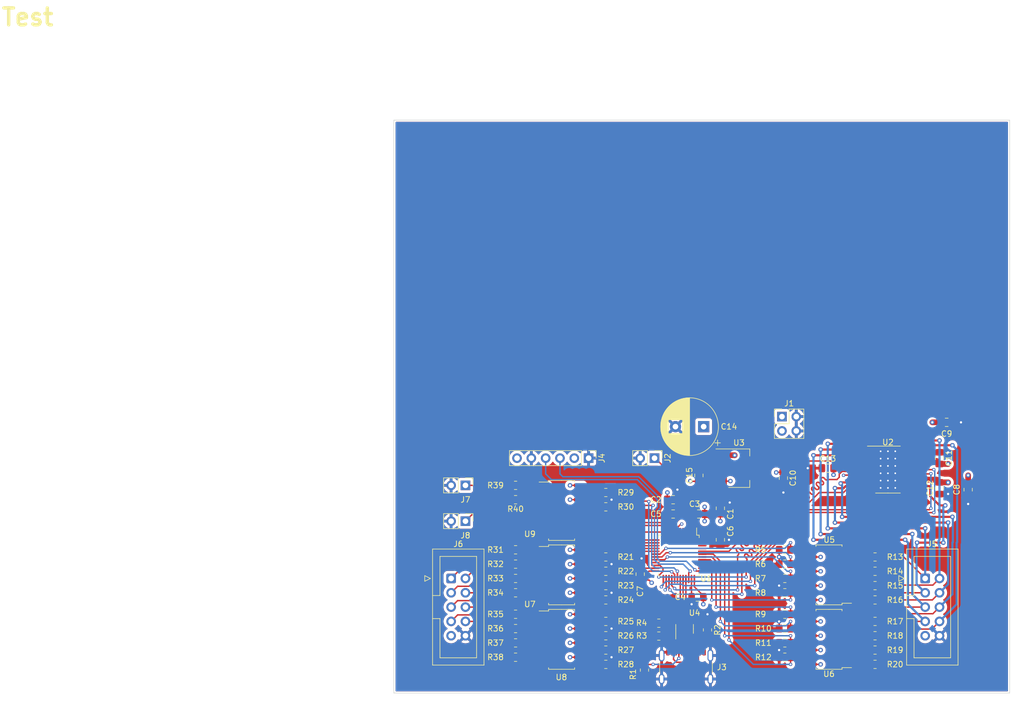
<source format=kicad_pcb>
(kicad_pcb (version 20221018) (generator pcbnew)
  (layers (0 "F.Cu" signal) (1 "In1.Cu" signal) (2 "In2.Cu" signal) (31 "B.Cu" signal) (34 "B.Paste" user) (35 "F.Paste" user) (36 "B.SilkS" user "B.Silkscreen") (37 "F.SilkS" user "F.Silkscreen") (38 "B.Mask" user) (39 "F.Mask" user) (44 "Edge.Cuts" user))
  (net 0 "")
  (net 1 "/out0")
  (net 2 "/out1")
  (net 3 "/out2")
  (net 4 "/out3")
  (net 5 "/out4")
  (net 6 "/out5")
  (net 7 "+3V3")
  (net 8 "GND")
  (net 9 "/out6")
  (net 10 "/out7")
  (net 11 "/usbplug_dP")
  (net 12 "/usbplug_dN")
  (net 13 "+12V")
  (net 19 "/a0")
  (net 20 "/a1")
  (net 21 "/a2")
  (net 22 "/a3")
  (net 23 "/a4")
  (net 24 "/a5")
  (net 25 "/a6")
  (net 26 "/a7")
  (net 27 "/in0")
  (net 28 "/in1")
  (net 29 "/in2")
  (net 31 "/~{cs}")
  (net 32 "/sclk")
  (net 33 "/miso")
  (net 34 "/mosi")
  (net 35 "/clk")
  (net 36 "/w{slash}~{r}")
  (net 37 "Net-(R13-Pad1)")
  (net 38 "Net-(R14-Pad1)")
  (net 39 "/swdio")
  (net 40 "/swdclk")
  (net 42 "/in3")
  (net 43 "/in4")
  (net 44 "/in5")
  (net 45 "/in6")
  (net 46 "/in7")
  (net 47 "/boot0")
  (net 50 "Net-(R15-Pad1)")
  (net 51 "Net-(R16-Pad1)")
  (net 52 "Net-(R17-Pad1)")
  (net 53 "Net-(R18-Pad1)")
  (net 54 "Net-(R19-Pad1)")
  (net 55 "Net-(R20-Pad1)")
  (net 56 "Net-(U4-VBUS)")
  (net 58 "Net-(R31-Pad1)")
  (net 59 "Net-(R32-Pad1)")
  (net 60 "Net-(R33-Pad1)")
  (net 61 "Net-(R34-Pad1)")
  (net 62 "Net-(R35-Pad1)")
  (net 63 "Net-(R36-Pad1)")
  (net 64 "/vbus_sense")
  (net 65 "/~{rst}")
  (net 66 "/~{fault}")
  (net 67 "/usb_dN")
  (net 68 "/usb_dP")
  (net 69 "Net-(J3-CC2)")
  (net 71 "Net-(J3-CC1)")
  (net 72 "Net-(J6-Pin_8)")
  (net 73 "Net-(J6-Pin_7)")
  (net 74 "Net-(J6-Pin_6)")
  (net 75 "Net-(J6-Pin_5)")
  (net 76 "Net-(J6-Pin_4)")
  (net 77 "Net-(J6-Pin_3)")
  (net 78 "Net-(J6-Pin_2)")
  (net 79 "Net-(J6-Pin_1)")
  (net 80 "Net-(J7-Pin_1)")
  (net 81 "Net-(J8-Pin_1)")
  (net 82 "Net-(R37-Pad1)")
  (net 83 "Net-(R38-Pad1)")
  (net 84 "Net-(R39-Pad1)")
  (net 85 "Net-(R40-Pad1)")
  (footprint "Capacitor_SMD:C_0805_2012Metric_Pad1.18x1.45mm_HandSolder" (layer "F.Cu") (at 199.644 104.394)
    (fp_text reference "C9")
    (fp_text value "4.7u")
  )
  (footprint "Connector_USB:USB_C_Receptacle_GCT_USB4105-xx-A_16P_TopMnt_Horizontal" (layer "F.Cu") (at 153.414 148.844)
    (fp_text reference "J3")
    (fp_text value "USB_C_Receptacle_USB2.0")
  )
  (footprint "Package_SO:SOP-16_4.4x10.4mm_P1.27mm" (layer "F.Cu") (at 178.7765 131.445 180)
    (fp_text reference "U5")
    (fp_text value "LTV-247")
  )
  (footprint "Resistor_SMD:R_0805_2012Metric_Pad1.20x1.40mm_HandSolder" (layer "F.Cu") (at 186.944 135.89)
    (fp_text reference "R16")
    (fp_text value "2.2k")
  )
  (footprint "Capacitor_SMD:C_0805_2012Metric_Pad1.18x1.45mm_HandSolder" (layer "F.Cu") (at 155.448 135.382)
    (fp_text reference "C4")
    (fp_text value "100n")
  )
  (footprint "Resistor_SMD:R_0805_2012Metric_Pad1.20x1.40mm_HandSolder" (layer "F.Cu") (at 148.59 142.299 180)
    (fp_text reference "R3")
    (fp_text value "33k")
  )
  (footprint "Resistor_SMD:R_0805_2012Metric_Pad1.20x1.40mm_HandSolder" (layer "F.Cu") (at 157.226 141.208 90)
    (fp_text reference "R2")
    (fp_text value "5.1k")
  )
  (footprint "Resistor_SMD:R_0805_2012Metric_Pad1.20x1.40mm_HandSolder" (layer "F.Cu") (at 123.19 129.54 180)
    (fp_text reference "R32")
    (fp_text value "2.2k")
  )
  (footprint "Package_TO_SOT_SMD:SOT-223-3_TabPin2" (layer "F.Cu") (at 162.814 112.522)
    (fp_text reference "U3")
    (fp_text value "AZ1117H2-3.3")
  )
  (footprint "Resistor_SMD:R_0805_2012Metric_Pad1.20x1.40mm_HandSolder" (layer "F.Cu") (at 186.944 130.81)
    (fp_text reference "R14")
    (fp_text value "2.2k")
  )
  (footprint "Capacitor_SMD:C_0805_2012Metric_Pad1.18x1.45mm_HandSolder" (layer "F.Cu") (at 178.562 112.522)
    (fp_text reference "C13")
    (fp_text value "100n")
  )
  (footprint "Resistor_SMD:R_0805_2012Metric_Pad1.20x1.40mm_HandSolder" (layer "F.Cu") (at 139.192 130.81 180)
    (fp_text reference "R22")
    (fp_text value "10k")
  )
  (footprint "Package_SO:SOP-16_4.4x10.4mm_P1.27mm" (layer "F.Cu") (at 131.3575 131.445)
    (fp_text reference "U7")
    (fp_text value "LTV-247")
  )
  (footprint "Resistor_SMD:R_0805_2012Metric_Pad1.20x1.40mm_HandSolder" (layer "F.Cu") (at 146.05 148.336 -90)
    (fp_text reference "R1")
    (fp_text value "5.1k")
  )
  (footprint "Resistor_SMD:R_0805_2012Metric_Pad1.20x1.40mm_HandSolder" (layer "F.Cu") (at 123.19 140.97 180)
    (fp_text reference "R36")
    (fp_text value "2.2k")
  )
  (footprint "Resistor_SMD:R_0805_2012Metric_Pad1.20x1.40mm_HandSolder" (layer "F.Cu") (at 139.192 139.7 180)
    (fp_text reference "R25")
    (fp_text value "10k")
  )
  (footprint "Resistor_SMD:R_0805_2012Metric_Pad1.20x1.40mm_HandSolder" (layer "F.Cu") (at 186.944 133.35)
    (fp_text reference "R15")
    (fp_text value "2.2k")
  )
  (footprint "Package_QFP:LQFP-48_7x7mm_P0.5mm" (layer "F.Cu") (at 152.146 128.016 -90)
    (fp_text reference "U1")
    (fp_text value "STM32F042C6Tx")
  )
  (footprint "Capacitor_SMD:C_0805_2012Metric_Pad1.18x1.45mm_HandSolder" (layer "F.Cu") (at 198.374 110.744 -90)
    (fp_text reference "C11")
    (fp_text value "100n")
  )
  (footprint "Connector_IDC:IDC-Header_2x05_P2.54mm_Vertical" (layer "F.Cu") (at 195.834 132.08)
    (fp_text reference "J5")
    (fp_text value "BHR-10-VUA")
  )
  (footprint "Resistor_SMD:R_0805_2012Metric_Pad1.20x1.40mm_HandSolder" (layer "F.Cu") (at 186.944 144.78)
    (fp_text reference "R19")
    (fp_text value "2.2k")
  )
  (footprint "Package_SO:SOP-16_4.4x10.4mm_P1.27mm" (layer "F.Cu") (at 131.3575 120.015)
    (fp_text reference "U9")
    (fp_text value "LTV-247")
  )
  (footprint "Resistor_SMD:R_0805_2012Metric_Pad1.20x1.40mm_HandSolder" (layer "F.Cu") (at 170.942 143.51)
    (fp_text reference "R11")
    (fp_text value "10k")
  )
  (footprint "Connector_PinHeader_2.54mm:PinHeader_2x02_P2.54mm_Vertical" (layer "F.Cu") (at 170.434 103.378)
    (fp_text reference "J1")
    (fp_text value "Conn_02x02_Odd_Even")
  )
  (footprint "Connector_PinHeader_2.54mm:PinHeader_1x02_P2.54mm_Vertical" (layer "F.Cu") (at 114.3 121.92 -90)
    (fp_text reference "J8")
    (fp_text value "Conn_02x01")
  )
  (footprint "Capacitor_SMD:C_0805_2012Metric_Pad1.18x1.45mm_HandSolder" (layer "F.Cu") (at 155.702 120.65 180)
    (fp_text reference "C3")
    (fp_text value "4.7u")
  )
  (footprint "Resistor_SMD:R_0805_2012Metric_Pad1.20x1.40mm_HandSolder" (layer "F.Cu") (at 170.942 132.08)
    (fp_text reference "R7")
    (fp_text value "10k")
  )
  (footprint "Resistor_SMD:R_0805_2012Metric_Pad1.20x1.40mm_HandSolder" (layer "F.Cu") (at 139.192 119.38 180)
    (fp_text reference "R30")
    (fp_text value "10k")
  )
  (footprint "Resistor_SMD:R_0805_2012Metric_Pad1.20x1.40mm_HandSolder" (layer "F.Cu") (at 170.942 146.05)
    (fp_text reference "R12")
    (fp_text value "10k")
  )
  (footprint "Resistor_SMD:R_0805_2012Metric_Pad1.20x1.40mm_HandSolder" (layer "F.Cu") (at 170.942 138.43)
    (fp_text reference "R9")
    (fp_text value "10k")
  )
  (footprint "Resistor_SMD:R_0805_2012Metric_Pad1.20x1.40mm_HandSolder" (layer "F.Cu") (at 170.942 134.62)
    (fp_text reference "R8")
    (fp_text value "10k")
  )
  (footprint "Resistor_SMD:R_0805_2012Metric_Pad1.20x1.40mm_HandSolder" (layer "F.Cu") (at 148.59 140.013)
    (fp_text reference "R4")
    (fp_text value "82k")
  )
  (footprint "Capacitor_SMD:C_0805_2012Metric_Pad1.18x1.45mm_HandSolder" (layer "F.Cu") (at 159.512 119.634 90)
    (fp_text reference "C1")
    (fp_text value "4.7u")
  )
  (footprint "Resistor_SMD:R_0805_2012Metric_Pad1.20x1.40mm_HandSolder" (layer "F.Cu") (at 170.942 140.97)
    (fp_text reference "R10")
    (fp_text value "10k")
  )
  (footprint "Resistor_SMD:R_0805_2012Metric_Pad1.20x1.40mm_HandSolder" (layer "F.Cu") (at 139.192 128.27 180)
    (fp_text reference "R21")
    (fp_text value "10k")
  )
  (footprint "Resistor_SMD:R_0805_2012Metric_Pad1.20x1.40mm_HandSolder" (layer "F.Cu") (at 123.19 118.11 180)
    (fp_text reference "R40")
    (fp_text value "2.2k")
  )
  (footprint "Resistor_SMD:R_0805_2012Metric_Pad1.20x1.40mm_HandSolder" (layer "F.Cu") (at 123.19 134.62 180)
    (fp_text reference "R34")
    (fp_text value "2.2k")
  )
  (footprint "Capacitor_SMD:C_0805_2012Metric_Pad1.18x1.45mm_HandSolder" (layer "F.Cu") (at 155.702 113.8135 90)
    (fp_text reference "C15")
    (fp_text value "22u")
  )
  (footprint "Capacitor_SMD:C_0805_2012Metric_Pad1.18x1.45mm_HandSolder" (layer "F.Cu") (at 198.374 116.078 90)
    (fp_text reference "C12")
    (fp_text value "100n")
  )
  (footprint "Capacitor_SMD:C_0805_2012Metric_Pad1.18x1.45mm_HandSolder" (layer "F.Cu") (at 203.454 116.332 -90)
    (fp_text reference "C8")
    (fp_text value "4.7u")
  )
  (footprint "Resistor_SMD:R_0805_2012Metric_Pad1.20x1.40mm_HandSolder" (layer "F.Cu") (at 123.19 132.08 180)
    (fp_text reference "R33")
    (fp_text value "2.2k")
  )
  (footprint "Connector_PinHeader_2.54mm:PinHeader_1x02_P2.54mm_Vertical" (layer "F.Cu") (at 114.3 115.57 -90)
    (fp_text reference "J7")
    (fp_text value "Conn_02x01")
  )
  (footprint "Resistor_SMD:R_0805_2012Metric_Pad1.20x1.40mm_HandSolder" (layer "F.Cu") (at 170.942 127)
    (fp_text reference "R5")
    (fp_text value "10k")
  )
  (footprint "Resistor_SMD:R_0805_2012Metric_Pad1.20x1.40mm_HandSolder" (layer "F.Cu") (at 170.942 129.54)
    (fp_text reference "R6")
    (fp_text value "10k")
  )
  (footprint "Connector_IDC:IDC-Header_2x05_P2.54mm_Vertical" (layer "F.Cu") (at 111.76 132.08)
    (fp_text reference "J6")
    (fp_text value "BHR-10-VUA" hide)
  )
  (footprint "Resistor_SMD:R_0805_2012Metric_Pad1.20x1.40mm_HandSolder" (layer "F.Cu") (at 123.19 143.51 180)
    (fp_text reference "R37")
    (fp_text value "2.2k")
  )
  (footprint "Resistor_SMD:R_0805_2012Metric_Pad1.20x1.40mm_HandSolder" (layer "F.Cu") (at 186.944 139.7)
    (fp_text reference "R17")
    (fp_text value "2.2k")
  )
  (footprint "Capacitor_THT:CP_Radial_D10.0mm_P5.00mm" (layer "F.Cu") (at 156.545677 105.156 180)
    (fp_text reference "C14")
    (fp_text value "10u")
  )
  (footprint "Resistor_SMD:R_0805_2012Metric_Pad1.20x1.40mm_HandSolder" (layer "F.Cu") (at 139.192 133.35 180)
    (fp_text reference "R23")
    (fp_text value "10k")
  )
  (footprint "Resistor_SMD:R_0805_2012Metric_Pad1.20x1.40mm_HandSolder" (layer "F.Cu") (at 139.192 142.24 180)
    (fp_text reference "R26")
    (fp_text value "10k")
  )
  (footprint "Resistor_SMD:R_0805_2012Metric_Pad1.20x1.40mm_HandSolder" (layer "F.Cu") (at 186.944 147.32)
    (fp_text reference "R20")
    (fp_text value "2.2k")
  )
  (footprint "Resistor_SMD:R_0805_2012Metric_Pad1.20x1.40mm_HandSolder" (layer "F.Cu") (at 123.19 127 180)
    (fp_text reference "R31")
    (fp_text value "2.2k")
  )
  (footprint "Resistor_SMD:R_0805_2012Metric_Pad1.20x1.40mm_HandSolder" (layer "F.Cu") (at 139.192 144.78 180)
    (fp_text reference "R27")
    (fp_text value "10k")
  )
  (footprint "Connector_PinHeader_2.54mm:PinHeader_1x06_P2.54mm_Vertical" (layer "F.Cu") (at 136.144 110.744 -90)
    (fp_text reference "J4")
    (fp_text value "Conn_01x06")
  )
  (footprint "Package_SO:HTSSOP-24-1EP_4.4x7.8mm_P0.65mm_EP3.4x7.8mm_Mask2.4x4.68mm_ThermalVias" (layer "F.Cu") (at 189.23 112.776)
    (fp_text reference "U2")
    (fp_text value "DRV8908")
  )
  (footprint "Capacitor_SMD:C_0805_2012Metric_Pad1.18x1.45mm_HandSolder" (layer "F.Cu") (at 151.13 120.65 180)
    (fp_text reference "C5")
    (fp_text value "10n")
  )
  (footprint "Connector_PinHeader_2.54mm:PinHeader_1x02_P2.54mm_Vertical" (layer "F.Cu") (at 147.833 110.744 -90)
    (fp_text reference "J2")
    (fp_text value "Conn_02x01")
  )
  (footprint "Package_SO:SOP-16_4.4x10.4mm_P1.27mm" (layer "F.Cu") (at 178.7765 142.875 180)
    (fp_text reference "U6")
    (fp_text value "LTV-247")
  )
  (footprint "Resistor_SMD:R_0805_2012Metric_Pad1.20x1.40mm_HandSolder" (layer "F.Cu") (at 139.192 135.89 180)
    (fp_text reference "R24")
    (fp_text value "10k")
  )
  (footprint "Capacitor_SMD:C_0805_2012Metric_Pad1.18x1.45mm_HandSolder" (layer "F.Cu") (at 170.688 114.2785 -90)
    (fp_text reference "C10")
    (fp_text value "4.7u")
  )
  (footprint "Resistor_SMD:R_0805_2012Metric_Pad1.20x1.40mm_HandSolder" (layer "F.Cu") (at 123.19 146.05 180)
    (fp_text reference "R38")
    (fp_text value "2.2k")
  )
  (footprint "Resistor_SMD:R_0805_2012Metric_Pad1.20x1.40mm_HandSolder" (layer "F.Cu") (at 186.944 128.27)
    (fp_text reference "R13")
    (fp_text value "2.2k")
  )
  (footprint "Resistor_SMD:R_0805_2012Metric_Pad1.20x1.40mm_HandSolder" (layer "F.Cu") (at 186.944 142.24)
    (fp_text reference "R18")
    (fp_text value "2.2k")
  )
  (footprint "Package_SO:SOP-16_4.4x10.4mm_P1.27mm" (layer "F.Cu") (at 131.3575 142.875)
    (fp_text reference "U8")
    (fp_text value "LTV-247")
  )
  (footprint "Package_TO_SOT_SMD:SOT-23-6" (layer "F.Cu") (at 153.162 141.029 90)
    (fp_text reference "U4")
    (fp_text value "USBLC6-2SC6")
  )
  (footprint "Resistor_SMD:R_0805_2012Metric_Pad1.20x1.40mm_HandSolder" (layer "F.Cu") (at 123.19 138.43 180)
    (fp_text reference "R35")
    (fp_text value "2.2k")
  )
  (footprint "Resistor_SMD:R_0805_2012Metric_Pad1.20x1.40mm_HandSolder" (layer "F.Cu") (at 139.192 116.84 180)
    (fp_text reference "R29")
    (fp_text value "10k")
  )
  (footprint "Resistor_SMD:R_0805_2012Metric_Pad1.20x1.40mm_HandSolder" (layer "F.Cu") (at 123.19 115.57 180)
    (fp_text reference "R39")
    (fp_text value "2.2k")
  )
  (footprint "Resistor_SMD:R_0805_2012Metric_Pad1.20x1.40mm_HandSolder" (layer "F.Cu") (at 139.192 147.32 180)
    (fp_text reference "R28")
    (fp_text value "10k")
  )
  (footprint "Capacitor_SMD:C_0805_2012Metric_Pad1.18x1.45mm_HandSolder" (layer "F.Cu") (at 145.288 131.318 -90)
    (fp_text reference "C7")
    (fp_text value "100n")
  )
  (footprint "Capacitor_SMD:C_0805_2012Metric_Pad1.18x1.45mm_HandSolder" (layer "F.Cu") (at 151.13 118.11)
    (fp_text reference "C2")
    (fp_text value "1u")
  )
  (footprint "Capacitor_SMD:C_0805_2012Metric_Pad1.18x1.45mm_HandSolder" (layer "F.Cu") (at 159.512 125.222 90)
    (fp_text reference "C6")
    (fp_text value "100n")
  )
  (gr_line (start 210.82 152.4) (end 101.6 152.4) (stroke (width 0.1)) (layer "Edge.Cuts"))
  (gr_line (start 101.6 50.8) (end 210.82 50.8) (stroke (width 0.1)) (layer "Edge.Cuts"))
  (gr_line (start 101.6 152.4) (end 101.6 50.8) (stroke (width 0.1)) (layer "Edge.Cuts"))
  (gr_line (start 210.82 50.8) (end 210.82 152.4) (stroke (width 0.1)) (layer "Edge.Cuts"))
  (gr_text "Test" (at 31.75 34.29) (layer "F.SilkS") (effects (font (size 3 3) (thickness 0.6) bold) (justify left bottom)))
  (segment (start 187.944 128.27) (end 192.024 128.27) (width 0.254) (layer "F.Cu") (net 1))
  (segment (start 192.024 128.27) (end 195.834 132.08) (width 0.254) (layer "F.Cu") (net 1))
  (segment (start 181.987 109.851) (end 186.3675 109.851) (width 0.381) (layer "F.Cu") (net 1))
  (segment (start 180.34 108.204) (end 181.987 109.851) (width 0.381) (layer "F.Cu") (net 1))
  (segment (start 178.562 108.204) (end 180.34 108.204) (width 0.381) (layer "F.Cu") (net 1))
  (segment (start 178.562 123.19) (end 195.834 123.19) (width 0.381) (layer "F.Cu") (net 1))
  (via (at 178.562 123.19) (size 0.8) (drill 0.4) (layers "F.Cu" "B.Cu") (net 1))
  (via (at 195.834 123.19) (size 0.8) (drill 0.4) (layers "F.Cu" "B.Cu") (net 1))
  (via (at 178.562 108.204) (size 0.8) (drill 0.4) (layers "F.Cu" "B.Cu") (net 1))
  (segment (start 195.834 123.19) (end 195.834 132.08) (width 0.381) (layer "B.Cu") (net 1))
  (segment (start 178.562 114.046) (end 178.562 108.204) (width 0.381) (layer "B.Cu") (net 1))
  (segment (start 178.562 123.19) (end 178.562 114.046) (width 0.381) (layer "B.Cu") (net 1))
  (segment (start 187.944 130.81) (end 190.391 133.257) (width 0.254) (layer "F.Cu") (net 2))
  (segment (start 197.197 133.257) (end 198.374 132.08) (width 0.254) (layer "F.Cu") (net 2))
  (segment (start 195.326 109.474) (end 193.948147 109.474) (width 0.381) (layer "F.Cu") (net 2))
  (segment (start 198.374 107.6135) (end 197.1865 107.6135) (width 0.381) (layer "F.Cu") (net 2))
  (segment (start 197.1865 107.6135) (end 195.326 109.474) (width 0.381) (layer "F.Cu") (net 2))
  (segment (start 193.571147 109.851) (end 192.0925 109.851) (width 0.381) (layer "F.Cu") (net 2))
  (segment (start 190.391 133.257) (end 197.197 133.257) (width 0.254) (layer "F.Cu") (net 2))
  (segment (start 193.948147 109.474) (end 193.571147 109.851) (width 0.381) (layer "F.Cu") (net 2))
  (via (at 198.374 107.6135) (size 0.8) (drill 0.4) (layers "F.Cu" "B.Cu") (net 2))
  (segment (start 198.209 125.380196) (end 198.374 125.215196) (width 0.381) (layer "B.Cu") (net 2))
  (segment (start 198.209 126.079804) (end 198.209 125.380196) (width 0.381) (layer "B.Cu") (net 2))
  (segment (start 198.374 125.215196) (end 198.374 107.6135) (width 0.381) (layer "B.Cu") (net 2))
  (segment (start 198.374 126.244804) (end 198.209 126.079804) (width 0.381) (layer "B.Cu") (net 2))
  (segment (start 198.374 132.08) (end 198.374 126.244804) (width 0.381) (layer "B.Cu") (net 2))
  (segment (start 192.0925 115.701) (end 196.727 115.701) (width 0.381) (layer "F.Cu") (net 3))
  (segment (start 198.374 119.126) (end 199.39 119.126) (width 0.381) (layer "F.Cu") (net 3))
  (segment (start 199.0535 125.73) (end 194.3925 125.73) (width 0.381) (layer "F.Cu") (net 3))
  (segment (start 196.727 115.701) (end 196.727 117.479) (width 0.381) (layer "F.Cu") (net 3))
  (segment (start 189.214 134.62) (end 195.834 134.62) (width 0.254) (layer "F.Cu") (net 3))
  (segment (start 196.727 117.479) (end 198.374 119.126) (width 0.381) (layer "F.Cu") (net 3))
  (segment (start 187.944 133.35) (end 189.214 134.62) (width 0.254) (layer "F.Cu") (net 3))
  (via (at 199.0535 125.73) (size 0.8) (drill 0.4) (layers "F.Cu" "B.Cu") (net 3))
  (via (at 194.3925 125.73) (size 0.8) (drill 0.4) (layers "F.Cu" "B.Cu") (net 3))
  (via (at 199.39 119.126) (size 0.8) (drill 0.4) (layers "F.Cu" "B.Cu") (net 3))
  (segment (start 199.0535 119.4625) (end 199.0535 125.73) (width 0.381) (layer "B.Cu") (net 3))
  (segment (start 194.31 133.096) (end 195.834 134.62) (width 0.381) (layer "B.Cu") (net 3))
  (segment (start 199.39 119.126) (end 199.0535 119.4625) (width 0.381) (layer "B.Cu") (net 3))
  (segment (start 194.31 125.73) (end 194.31 133.096) (width 0.381) (layer "B.Cu") (net 3))
  (segment (start 181.356 116.078) (end 181.733 115.701) (width 0.381) (layer "F.Cu") (net 4))
  (segment (start 197.104 135.89) (end 198.374 134.62) (width 0.254) (layer "F.Cu") (net 4))
  (segment (start 179.851 116.078) (end 179.832 116.059) (width 0.381) (layer "F.Cu") (net 4))
  (segment (start 199.898 122.174) (end 179.832 122.174) (width 0.381) (layer "F.Cu") (net 4))
  (segment (start 181.733 115.701) (end 186.3675 115.701) (width 0.381) (layer "F.Cu") (net 4))
  (segment (start 187.944 135.89) (end 197.104 135.89) (width 0.254) (layer "F.Cu") (net 4))
  (segment (start 181.356 116.078) (end 179.851 116.078) (width 0.381) (layer "F.Cu") (net 4))
  (via (at 179.832 116.059) (size 0.8) (drill 0.4) (layers "F.Cu" "B.Cu") (net 4))
  (via (at 179.832 122.174) (size 0.8) (drill 0.4) (layers "F.Cu" "B.Cu") (net 4))
  (via (at 199.898 122.174) (size 0.8) (drill 0.4) (layers "F.Cu" "B.Cu") (net 4))
  (segment (start 179.832 116.059) (end 179.832 122.174) (width 0.381) (layer "B.Cu") (net 4))
  (segment (start 199.898 133.096) (end 198.374 134.62) (width 0.381) (layer "B.Cu") (net 4))
  (segment (start 199.898 122.174) (end 199.898 133.096) (width 0.381) (layer "B.Cu") (net 4))
  (segment (start 190.484 137.16) (end 195.834 137.16) (width 0.254) (layer "F.Cu") (net 5))
  (segment (start 187.944 139.7) (end 190.484 137.16) (width 0.254) (layer "F.Cu") (net 5))
  (segment (start 180.34 109.22) (end 181.621 110.501) (width 0.381) (layer "F.Cu") (net 5))
  (segment (start 177.292 109.22) (end 180.34 109.22) (width 0.381) (layer "F.Cu") (net 5))
  (segment (start 181.621 110.501) (end 186.3675 110.501) (width 0.381) (layer "F.Cu") (net 5))
  (segment (start 193.548 124.206) (end 177.292 124.206) (width 0.381) (layer "F.Cu") (net 5))
  (via (at 177.292 124.206) (size 0.8) (drill 0.4) (layers "F.Cu" "B.Cu") (net 5))
  (via (at 177.292 109.22) (size 0.8) (drill 0.4) (layers "F.Cu" "B.Cu") (net 5))
  (via (at 193.548 124.206) (size 0.8) (drill 0.4) (layers "F.Cu" "B.Cu") (net 5))
  (segment (start 193.548 134.874) (end 195.834 137.16) (width 0.381) (layer "B.Cu") (net 5))
  (segment (start 177.292 109.22) (end 177.292 124.206) (width 0.381) (layer "B.Cu") (net 5))
  (segment (start 193.548 124.206) (end 193.548 134.874) (width 0.381) (layer "B.Cu") (net 5))
  (segment (start 200.66 121.158) (end 181.102 121.158) (width 0.381) (layer "F.Cu") (net 6))
  (segment (start 197.197 138.337) (end 198.374 137.16) (width 0.254) (layer "F.Cu") (net 6))
  (segment (start 191.847 138.337) (end 197.197 138.337) (width 0.254) (layer "F.Cu") (net 6))
  (segment (start 187.944 142.24) (end 191.847 138.337) (width 0.254) (layer "F.Cu") (net 6))
  (segment (start 181.0305 115.051) (end 186.3675 115.051) (width 0.381) (layer "F.Cu") (net 6))
  (segment (start 180.848 115.2335) (end 181.0305 115.051) (width 0.381) (layer "F.Cu") (net 6))
  (via (at 180.848 115.2335) (size 0.8) (drill 0.4) (layers "F.Cu" "B.Cu") (net 6))
  (via (at 181.102 121.158) (size 0.8) (drill 0.4) (layers "F.Cu" "B.Cu") (net 6))
  (via (at 200.66 121.158) (size 0.8) (drill 0.4) (layers "F.Cu" "B.Cu") (net 6))
  (segment (start 200.7425 125.6475) (end 200.7425 121.2405) (width 0.381) (layer "B.Cu") (net 6))
  (segment (start 181.102 115.4875) (end 181.102 121.158) (width 0.381) (layer "B.Cu") (net 6))
  (segment (start 180.848 115.2335) (end 181.102 115.4875) (width 0.381) (layer "B.Cu") (net 6))
  (segment (start 200.66 134.874) (end 200.66 125.73) (width 0.381) (layer "B.Cu") (net 6))
  (segment (start 198.374 137.16) (end 200.66 134.874) (width 0.381) (layer "B.Cu") (net 6))
  (segment (start 200.66 125.73) (end 200.7425 125.6475) (width 0.381) (layer "B.Cu") (net 6))
  (segment (start 200.7425 121.2405) (end 200.66 121.158) (width 0.381) (layer "B.Cu") (net 6))
  (segment (start 146.8335 132.3555) (end 147.32 132.842) (width 0.254) (layer "F.Cu") (net 7))
  (segment (start 169.461 113.241) (end 169.418 113.284) (width 0.254) (layer "F.Cu") (net 7))
  (segment (start 155.731 114.822) (end 155.702 114.851) (width 0.254) (layer "F.Cu") (net 7))
  (segment (start 134.445 146.05) (end 132.842 146.05) (width 0.254) (layer "F.Cu") (net 7))
  (segment (start 156.4855 135.382) (end 156.4855 135.1495) (width 0.254) (layer "F.Cu") (net 7))
  (segment (start 155.702 114.851) (end 154.221 114.851) (width 0.254) (layer "F.Cu") (net 7))
  (segment (start 179.6705 112.451) (end 179.5995 112.522) (width 0.254) (layer "F.Cu") (net 7))
  (segment (start 134.445 115.57) (end 132.842 115.57) (width 0.254) (layer "F.Cu") (net 7))
  (segment (start 175.689 130.81) (end 177.292 130.81) (width 0.254) (layer "F.Cu") (net 7))
  (segment (start 158.5175 124.1845) (end 159.512 124.1845) (width 0.254) (layer "F.Cu") (net 7))
  (segment (start 175.689 133.35) (end 177.292 133.35) (width 0.254) (layer "F.Cu") (net 7))
  (segment (start 186.3675 113.751) (end 181.905 113.751) (width 0.254) (layer "F.Cu") (net 7))
  (segment (start 175.689 142.24) (end 177.292 142.24) (width 0.254) (layer "F.Cu") (net 7))
  (segment (start 134.445 129.54) (end 132.842 129.54) (width 0.254) (layer "F.Cu") (net 7))
  (segment (start 134.445 118.11) (end 132.842 118.11) (width 0.254) (layer "F.Cu") (net 7))
  (segment (start 156.7395 121.8985) (end 156.7395 120.65) (width 0.254) (layer "F.Cu") (net 7))
  (segment (start 175.689 135.89) (end 177.292 135.89) (width 0.254) (layer "F.Cu") (net 7))
  (segment (start 154.896 124.67) (end 154.896 123.8535) (width 0.254) (layer "F.Cu") (net 7))
  (segment (start 156.3085 125.266) (end 157.436 125.266) (width 0.254) (layer "F.Cu") (net 7))
  (segment (start 134.445 127) (end 132.842 127) (width 0.254) (layer "F.Cu") (net 7))
  (segment (start 150.0925 121.6445) (end 150.0925 120.65) (width 0.254) (layer "F.Cu") (net 7))
  (segment (start 186.3675 112.451) (end 179.6705 112.451) (width 0.254) (layer "F.Cu") (net 7))
  (segment (start 159.664 114.822) (end 161.276 114.822) (width 0.254) (layer "F.Cu") (net 7))
  (segment (start 134.445 140.97) (end 132.842 140.97) (width 0.254) (layer "F.Cu") (net 7))
  (segment (start 150.896 122.448) (end 150.0925 121.6445) (width 0.254) (layer "F.Cu") (net 7))
  (segment (start 175.689 128.27) (end 177.292 128.27) (width 0.254) (layer "F.Cu") (net 7))
  (segment (start 154.896 133.56) (end 154.896 132.1785) (width 0.254) (layer "F.Cu") (net 7))
  (segment (start 150.0925 116.8615) (end 150.114 116.84) (width 0.254) (layer "F.Cu") (net 7))
  (segment (start 156.4855 135.1495) (end 154.896 133.56) (width 0.254) (layer "F.Cu") (net 7))
  (segment (start 159.512 124.1845) (end 159.512 123.4225) (width 0.254) (layer "F.Cu") (net 7))
  (segment (start 179.5995 112.522) (end 179.5995 113.681999) (width 0.254) (layer "F.Cu") (net 7))
  (segment (start 159.664 114.822) (end 155.731 114.822) (width 0.254) (layer "F.Cu") (net 7))
  (segment (start 134.445 134.62) (end 132.842 134.62) (width 0.254) (layer "F.Cu") (net 7))
  (segment (start 145.288 132.3555) (end 146.8335 132.3555) (width 0.254) (layer "F.Cu") (net 7))
  (segment (start 156.3085 125.266) (end 155.492 125.266) (width 0.254) (layer "F.Cu") (net 7))
  (segment (start 179.5995 113.681999) (end 179.578 113.703499) (width 0.254) (layer "F.Cu") (net 7))
  (segment (start 170.688 113.241) (end 169.461 113.241) (width 0.254) (layer "F.Cu") (net 7))
  (segment (start 175.689 139.7) (end 177.292 139.7) (width 0.254) (layer "F.Cu") (net 7))
  (segment (start 150.896 123.8535) (end 150.896 122.448) (width 0.254) (layer "F.Cu") (net 7))
  (segment (start 175.689 144.78) (end 177.292 144.78) (width 0.254) (layer "F.Cu") (net 7))
  (segment (start 159.512 121.92) (end 159.512 120.6715) (width 0.254) (layer "F.Cu") (net 7))
  (segment (start 159.512 123.4225) (end 156.7395 120.65) (width 0.254) (layer "F.Cu") (net 7))
  (segment (start 156.718 121.92) (end 156.7395 121.8985) (width 0.254) (layer "F.Cu") (net 7))
  (segment (start 154.221 114.851) (end 154.178 114.808) (width 0.254) (layer "F.Cu") (net 7))
  (segment (start 156.7395 119.4015) (end 156.7395 120.65) (width 0.254) (layer "F.Cu") (net 7))
  (segment (start 150.0925 120.65) (end 150.0925 118.11) (width 0.254) (layer "F.Cu") (net 7))
  (segment (start 147.9835 130.766) (end 146.8775 130.766) (width 0.254) (layer "F.Cu") (net 7))
  (segment (start 134.445 132.08) (end 132.842 132.08) (width 0.254) (layer "F.Cu") (net 7))
  (segment (start 155.492 125.266) (end 154.896 124.67) (width 0.254) (layer "F.Cu") (net 7))
  (segment (start 156.718 119.38) (end 156.7395 119.4015) (width 0.254) (layer "F.Cu") (net 7))
  (segment (start 157.436 125.266) (end 158.5175 124.1845) (width 0.254) (layer "F.Cu") (net 7))
  (segment (start 150.0925 118.11) (end 150.0925 116.8615) (width 0.254) (layer "F.Cu") (net 7))
  (segment (start 156.4855 136.652) (end 156.4855 135.382) (width 0.254) (layer "F.Cu") (net 7))
  (segment (start 146.8775 130.766) (end 145.288 132.3555) (width 0.254) (layer "F.Cu") (net 7))
  (segment (start 181.397 113.751) (end 181.356 113.792) (width 0.254) (layer "F.Cu") (net 7))
  (segment (start 161.276 114.822) (end 161.29 114.808) (width 0.254) (layer "F.Cu") (net 7))
  (segment (start 181.905 113.751) (end 181.397 113.751) (width 0.254) (layer "F.Cu") (net 7))
  (segment (start 175.689 147.32) (end 177.292 147.32) (width 0.254) (layer "F.Cu") (net 7))
  (segment (start 134.445 143.51) (end 132.842 143.51) (width 0.254) (layer "F.Cu") (net 7))
  (segment (start 134.445 138.43) (end 132.842 138.43) (width 0.254) (layer "F.Cu") (net 7))
  (via (at 161.29 114.808) (size 0.8) (drill 0.4) (layers "F.Cu" "B.Cu") (net 7))
  (via (at 156.4855 136.652) (size 0.8) (drill 0.4) (layers "F.Cu" "B.Cu") (net 7))
  (via (at 132.842 134.62) (size 0.8) (drill 0.4) (layers "F.Cu" "B.Cu") (net 7))
  (via (at 156.718 119.38) (size 0.8) (drill 0.4) (layers "F.Cu" "B.Cu") (net 7))
  (via (at 177.292 142.24) (size 0.8) (drill 0.4) (layers "F.Cu" "B.Cu") (net 7))
  (via (at 177.292 133.35) (size 0.8) (drill 0.4) (layers "F.Cu" "B.Cu") (net 7))
  (via (at 132.842 140.97) (size 0.8) (drill 0.4) (layers "F.Cu" "B.Cu") (net 7))
  (via (at 177.292 144.78) (size 0.8) (drill 0.4) (layers "F.Cu" "B.Cu") (net 7))
  (via (at 169.418 113.284) (size 0.8) (drill 0.4) (layers "F.Cu" "B.Cu") (net 7))
  (via (at 132.842 118.11) (size 0.8) (drill 0.4) (layers "F.Cu" "B.Cu") (net 7))
  (via (at 177.292 130.81) (size 0.8) (drill 0.4) (layers "F.Cu" "B.Cu") (net 7))
  (via (at 156.718 121.92) (size 0.8) (drill 0.4) (layers "F.Cu" "B.Cu") (net 7))
  (via (at 154.178 114.808) (size 0.8) (drill 0.4) (layers "F.Cu" "B.Cu") (net 7))
  (via (at 132.842 138.43) (size 0.8) (drill 0.4) (layers "F.Cu" "B.Cu") (net 7))
  (via (at 132.842 146.05) (size 0.8) (drill 0.4) (layers "F.Cu" "B.Cu") (net 7))
  (via (at 177.292 139.7) (size 0.8) (drill 0.4) (layers "F.Cu" "B.Cu") (net 7))
  (via (at 132.842 127) (size 0.8) (drill 0.4) (layers "F.Cu" "B.Cu") (net 7))
  (via (at 132.842 129.54) (size 0.8) (drill 0.4) (layers "F.Cu" "B.Cu") (net 7))
  (via (at 147.32 132.842) (size 0.8) (drill 0.4) (layers "F.Cu" "B.Cu") (net 7))
  (via (at 181.356 113.792) (size 0.6) (drill 0.3) (layers "F.Cu" "B.Cu") (net 7))
  (via (at 177.292 135.89) (size 0.8) (drill 0.4) (layers "F.Cu" "B.Cu") (net 7))
  (via (at 132.842 143.51) (size 0.8) (drill 0.4) (layers "F.Cu" "B.Cu") (net 7))
  (via (at 132.842 132.08) (size 0.8) (drill 0.4) (layers "F.Cu" "B.Cu") (net 7))
  (via (at 159.512 121.92) (size 0.8) (drill 0.4) (layers "F.Cu" "B.Cu") (net 7))
  (via (at 177.292 128.27) (size 0.8) (drill 0.4) (layers "F.Cu" "B.Cu") (net 7))
  (via (at 150.114 116.84) (size 0.8) (drill 0.4) (layers "F.Cu" "B.Cu") (net 7))
  (via (at 179.578 113.703499) (size 0.8) (drill 0.4) (layers "F.Cu" "B.Cu") (net 7))
  (via (at 177.292 147.32) (size 0.8) (drill 0.4) (layers "F.Cu" "B.Cu") (net 7))
  (via (at 132.842 115.57) (size 0.8) (drill 0.4) (layers "F.Cu" "B.Cu") (net 7))
  (segment (start 199.8765 117.1155) (end 199.898 117.094) (width 1.016) (layer "F.Cu") (net 8))
  (segment (start 140.208 134.62) (end 140.192 134.636) (width 0.254) (layer "F.Cu") (net 8))
  (segment (start 151.892 116.332) (end 152.1675 116.6075) (width 0.254) (layer "F.Cu") (net 8))
  (segment (start 169.926 128.27) (end 169.942 128.254) (width 0.254) (layer "F.Cu") (net 8))
  (segment (start 198.374 109.7065) (end 199.8765 109.7065) (width 1.016) (layer "F.Cu") (net 8))
  (segment (start 152.1675 121.6445) (end 152.1675 120.65) (width 0.254) (layer "F.Cu") (net 8))
  (segment (start 145.3025 130.266) (end 145.288 130.2805) (width 0.254) (layer "F.Cu") (net 8))
  (segment (start 156.3085 125.766) (end 157.516 125.766) (width 0.254) (layer "F.Cu") (net 8))
  (segment (start 140.192 146.066) (end 140.192 147.32) (width 0.254) (layer "F.Cu") (net 8))
  (segment (start 199.8765 109.7065) (end 199.898 109.728) (width 1.016) (layer "F.Cu") (net 8))
  (segment (start 158.0095 126.2595) (end 159.512 126.2595) (width 0.254) (layer "F.Cu") (net 8))
  (segment (start 140.208 129.54) (end 140.192 129.524) (width 0.254) (layer "F.Cu") (net 8))
  (segment (start 140.208 129.54) (end 140.192 129.556) (width 0.254) (layer "F.Cu") (net 8))
  (segment (start 140.192 146.034) (end 140.192 144.78) (width 0.254) (layer "F.Cu") (net 8))
  (segment (start 140.192 129.556) (end 140.192 130.81) (width 0.254) (layer "F.Cu") (net 8))
  (segment (start 140.192 118.094) (end 140.192 116.84) (width 0.254) (layer "F.Cu") (net 8))
  (segment (start 140.208 140.97) (end 140.192 140.954) (width 0.254) (layer "F.Cu") (net 8))
  (segment (start 169.942 128.254) (end 169.942 127) (width 0.254) (layer "F.Cu") (net 8))
  (segment (start 169.926 139.7) (end 169.942 139.684) (width 0.254) (layer "F.Cu") (net 8))
  (segment (start 169.942 144.796) (end 169.942 146.05) (width 0.254) (layer "F.Cu") (net 8))
  (segment (start 151.396 122.416) (end 152.1675 121.6445) (width 0.254) (layer "F.Cu") (net 8))
  (segment (start 140.208 134.62) (end 140.192 134.604) (width 0.254) (layer "F.Cu") (net 8))
  (segment (start 203.454 117.3695) (end 203.454 118.872) (width 0.254) (layer "F.Cu") (net 8))
  (segment (start 169.942 133.334) (end 169.942 132.08) (width 0.254) (layer "F.Cu") (net 8))
  (segment (start 177.5245 112.522) (end 175.006 112.522) (width 0.254) (layer "F.Cu") (net 8))
  (segment (start 169.926 133.35) (end 169.942 133.334) (width 0.254) (layer "F.Cu") (net 8))
  (segment (start 169.942 133.366) (end 169.942 134.62) (width 0.254) (layer "F.Cu") (net 8))
  (segment (start 140.208 146.05) (end 140.192 146.034) (width 0.254) (layer "F.Cu") (net 8))
  (segment (start 140.208 118.11) (end 140.192 118.126) (width 0.254) (layer "F.Cu") (net 8))
  (segment (start 154.4105 136.652) (end 154.4105 135.382) (width 0.254) (layer "F.Cu") (net 8))
  (segment (start 154.396 132.1785) (end 154.396 135.3675) (width 0.254) (layer "F.Cu") (net 8))
  (segment (start 140.208 118.11) (end 140.192 118.094) (width 0.254) (layer "F.Cu") (net 8))
  (segment (start 157.516 125.766) (end 158.0095 126.2595) (width 0.254) (layer "F.Cu") (net 8))
  (segment (start 140.192 134.636) (end 140.192 135.89) (width 0.254) (layer "F.Cu") (net 8))
  (segment (start 152.1675 116.6075) (end 152.1675 118.11) (width 0.254) (layer "F.Cu") (net 8))
  (segment (start 200.6815 104.394) (end 202.184 104.394) (width 0.254) (layer "F.Cu") (net 8))
  (segment (start 151.396 123.8535) (end 151.396 122.416) (width 0.254) (layer "F.Cu") (net 8))
  (segment (start 169.942 144.764) (end 169.942 143.51) (width 0.254) (layer "F.Cu") (net 8))
  (segment (start 154.396 135.3675) (end 154.4105 135.382) (width 0.254) (layer "F.Cu") (net 8))
  (segment (start 169.926 144.78) (end 169.942 144.796) (width 0.254) (layer "F.Cu") (net 8))
  (segment (start 140.192 140.986) (end 140.192 142.24) (width 0.254) (layer "F.Cu") (net 8))
  (segment (start 140.192 129.524) (end 140.192 128.27) (width 0.254) (layer "F.Cu") (net 8))
  (segment (start 169.926 128.27) (end 169.942 128.286) (width 0.254) (layer "F.Cu") (net 8))
  (segment (start 140.192 140.954) (end 140.192 139.7) (width 0.254) (layer "F.Cu") (net 8))
  (segment (start 152.1675 120.65) (end 152.1675 118.11) (width 0.254) (layer "F.Cu") (net 8))
  (segment (start 198.374 117.1155) (end 199.8765 117.1155) (width 1.016) (layer "F.Cu") (net 8))
  (segment (start 169.926 139.7) (end 169.942 139.716) (width 0.254) (layer "F.Cu") (net 8))
  (segment (start 147.9835 130.266) (end 145.3025 130.266) (width 0.254) (layer "F.Cu") (net 8))
  (segment (start 140.192 118.126) (end 140.192 119.38) (width 0.254) (layer "F.Cu") (net 8))
  (segment (start 169.942 139.716) (end 169.942 140.97) (width 0.254) (layer "F.Cu") (net 8))
  (segment (start 169.926 144.78) (end 169.942 144.764) (width 0.254) (layer "F.Cu") (net 8))
  (segment (start 140.192 134.604) (end 140.192 133.35) (width 0.254) (layer "F.Cu") (net 8))
  (segment (start 169.942 128.286) (end 169.942 129.54) (width 0.254) (layer "F.Cu") (net 8))
  (segment (start 169.942 139.684) (end 169.942 138.43) (width 0.254) (layer "F.Cu") (net 8))
  (segment (start 140.208 140.97) (end 140.192 140.986) (width 0.254) (layer "F.Cu") (net 8))
  (segment (start 169.926 133.35) (end 169.942 133.366) (width 0.254) (layer "F.Cu") (net 8))
  (segment (start 140.208 146.05) (end 140.192 146.066) (width 0.254) (layer "F.Cu") (net 8))
  (segment (start 170.688 115.316) (end 170.688 116.84) (width 0.254) (layer "F.Cu") (net 8))
  (via (at 161.171944 118.618) (size 0.8) (drill 0.4) (layers "F.Cu" "B.Cu") (net 8))
  (via (at 161.036 125.222) (size 0.8) (drill 0.4) (layers "F.Cu" "B.Cu") (net 8))
  (via (at 169.926 144.78) (size 0.8) (drill 0.4) (layers "F.Cu" "B.Cu") (net 8))
  (via (at 140.208 146.05) (size 0.8) (drill 0.4) (layers "F.Cu" "B.Cu") (net 8))
  (via (at 140.208 129.54) (size 0.8) (drill 0.4) (layers "F.Cu" "B.Cu") (net 8))
  (via (at 140.208 140.97) (size 0.8) (drill 0.4) (layers "F.Cu" "B.Cu") (net 8))
  (via (at 145.542 128.524) (size 0.8) (drill 0.4) (layers "F.Cu" "B.Cu") (net 8))
  (via (at 151.892 116.332) (size 0.8) (drill 0.4) (layers "F.Cu" "B.Cu") (net 8))
  (via (at 203.454 118.872) (size 0.8) (drill 0.4) (layers "F.Cu" "B.Cu") (net 8))
  (via (at 169.926 133.35) (size 0.8) (drill 0.4) (layers "F.Cu" "B.Cu") (net 8))
  (via (at 157.226 138.43) (size 0.8) (drill 0.4) (layers "F.Cu" "B.Cu") (net 8))
  (via (at 169.926 139.7) (size 0.8) (drill 0.4) (layers "F.Cu" "B.Cu") (net 8))
  (via (at 202.184 104.394) (size 0.8) (drill 0.4) (layers "F.Cu" "B.Cu") (net 8))
  (via (at 154.4105 136.652) (size 0.8) (drill 0.4) (layers "F.Cu" "B.Cu") (net 8))
  (via (at 169.926 128.27) (size 0.8) (drill 0.4) (layers "F.Cu" "B.Cu") (net 8))
  (via (at 140.208 134.62) (size 0.8) (drill 0.4) (layers "F.Cu" "B.Cu") (net 8))
  (via (at 170.688 116.84) (size 0.8) (drill 0.4) (layers "F.Cu" "B.Cu") (net 8))
  (via (at 175.006 112.522) (size 0.8) (drill 0.4) (layers "F.Cu" "B.Cu") (net 8))
  (via (at 140.208 118.11) (size 0.8) (drill 0.4) (layers "F.Cu" "B.Cu") (net 8))
  (via (at 199.898 109.728) (size 0.8) (drill 0.4) (layers "F.Cu" "B.Cu") (net 8))
  (via (at 199.898 117.094) (size 0.8) (drill 0.4) (layers "F.Cu" "B.Cu") (net 8))
  (segment (start 178.816 125.222) (end 176.022 125.222) (width 0.381) (layer "F.Cu") (net 9))
  (segment (start 180.34 110.236) (end 181.255 111.151) (width 0.381) (layer "F.Cu") (net 9))
  (segment (start 187.944 144.78) (end 193.024 139.7) (width 0.254) (layer "F.Cu") (net 9))
  (segment (start 176.022 110.236) (end 180.34 110.236) (width 0.381) (layer "F.Cu") (net 9))
  (segment (start 181.255 111.151) (end 186.3675 111.151) (width 0.381) (layer "F.Cu") (net 9))
  (segment (start 193.024 139.7) (end 195.834 139.7) (width 0.254) (layer "F.Cu") (net 9))
  (segment (start 192.278 125.222) (end 178.816 125.222) (width 0.381) (layer "F.Cu") (net 9))
  (via (at 176.022 125.222) (size 0.8) (drill 0.4) (layers "F.Cu" "B.Cu") (net 9))
  (via (at 176.022 110.236) (size 0.8) (drill 0.4) (layers "F.Cu" "B.Cu") (net 9))
  (via (at 192.278 125.222) (size 0.8) (drill 0.4) (layers "F.Cu" "B.Cu") (net 9))
  (segment (start 192.786 136.652) (end 195.834 139.7) (width 0.381) (layer "B.Cu") (net 9))
  (segment (start 192.278 125.222) (end 192.786 125.73) (width 0.381) (layer "B.Cu") (net 9))
  (segment (start 176.022 110.236) (end 176.022 125.222) (width 0.381) (layer "B.Cu") (net 9))
  (segment (start 192.786 125.73) (end 192.786 136.652) (width 0.381) (layer "B.Cu") (net 9))
  (segment (start 187.944 147.32) (end 194.201 141.063) (width 0.254) (layer "F.Cu") (net 10))
  (segment (start 196.85 109.728) (end 196.85 108.966) (width 0.381) (layer "F.Cu") (net 10))
  (segment (start 196.85 108.966) (end 197.358 108.458) (width 0.381) (layer "F.Cu") (net 10))
  (segment (start 192.0925 110.501) (end 193.639567 110.501) (width 0.381) (layer "F.Cu") (net 10))
  (segment (start 196.342 110.236) (end 196.85 109.728) (width 0.381) (layer "F.Cu") (net 10))
  (segment (start 193.639567 110.501) (end 193.904567 110.236) (width 0.381) (layer "F.Cu") (net 10))
  (segment (start 197.011 141.063) (end 198.374 139.7) (width 0.254) (layer "F.Cu") (net 10))
  (segment (start 194.201 141.063) (end 197.011 141.063) (width 0.254) (layer "F.Cu") (net 10))
  (segment (start 197.358 108.458) (end 200.66 108.458) (width 0.381) (layer "F.Cu") (net 10))
  (segment (start 193.904567 110.236) (end 196.342 110.236) (width 0.381) (layer "F.Cu") (net 10))
  (via (at 200.66 108.458) (size 0.8) (drill 0.4) (layers "F.Cu" "B.Cu") (net 10))
  (segment (start 201.5045 109.3025) (end 200.66 108.458) (width 0.381) (layer "B.Cu") (net 10))
  (segment (start 201.5045 125.6475) (end 201.5045 109.3025) (width 0.381) (layer "B.Cu") (net 10))
  (segment (start 198.374 139.7) (end 201.422 136.652) (width 0.381) (layer "B.Cu") (net 10))
  (segment (start 201.422 136.652) (end 201.422 125.73) (width 0.381) (layer "B.Cu") (net 10))
  (segment (start 201.422 125.73) (end 201.5045 125.6475) (width 0.381) (layer "B.Cu") (net 10))
  (segment (start 153.89641 146.039) (end 153.43159 146.039) (width 0.254) (layer "F.Cu") (net 11))
  (segment (start 153.43159 146.039) (end 153.164 145.77141) (width 0.254) (layer "F.Cu") (net 11))
  (segment (start 154.164 145.164) (end 154.164 145.77141) (width 0.254) (layer "F.Cu") (net 11))
  (segment (start 153.164 145.77141) (end 153.164 145.164) (width 0.254) (layer "F.Cu") (net 11))
  (segment (start 154.164 145.77141) (end 153.89641 146.039) (width 0.254) (layer "F.Cu") (net 11))
  (segment (start 154.164 142.2185) (end 154.164 145.164) (width 0.254) (layer "F.Cu") (net 11))
  (segment (start 154.112 142.1665) (end 154.164 142.2185) (width 0.254) (layer "F.Cu") (net 11))
  (segment (start 152.664 145.164) (end 152.664 143.559) (width 0.254) (layer "F.Cu") (net 12))
  (segment (start 152.664 143.559) (end 152.665205 143.557795) (width 0.254) (layer "F.Cu") (net 12))
  (segment (start 152.212 143.10459) (end 152.665205 143.557795) (width 0.254) (layer "F.Cu") (net 12))
  (segment (start 152.665205 143.557795) (end 153.664 144.55659) (width 0.254) (layer "F.Cu") (net 12))
  (segment (start 153.664 144.55659) (end 153.664 145.164) (width 0.254) (layer "F.Cu") (net 12))
  (segment (start 152.212 142.1665) (end 152.212 143.10459) (width 0.254) (layer "F.Cu") (net 12))
  (segment (start 162.038 110.222) (end 162.052 110.236) (width 1.016) (layer "F.Cu") (net 13))
  (segment (start 159.664 110.222) (end 162.038 110.222) (width 1.016) (layer "F.Cu") (net 13))
  (segment (start 197.866 114.554) (end 194.056 114.554) (width 1.016) (layer "F.Cu") (net 13))
  (segment (start 198.374 115.0405) (end 198.3525 115.0405) (width 1.016) (layer "F.Cu") (net 13))
  (segment (start 199.8765 111.7815) (end 199.898 111.76) (width 1.016) (layer "F.Cu") (net 13))
  (segment (start 199.8765 115.0405) (end 199.898 115.062) (width 1.016) (layer "F.Cu") (net 13))
  (segment (start 198.3525 115.0405) (end 197.866 114.554) (width 1.016) (layer "F.Cu") (net 13))
  (segment (start 194.463 111.151) (end 192.0925 111.151) (width 0.381) (layer "F.Cu") (net 13))
  (segment (start 203.454 115.2945) (end 203.454 113.792) (width 1.016) (layer "F.Cu") (net 13))
  (segment (start 198.374 111.7815) (end 199.8765 111.7815) (width 1.016) (layer "F.Cu") (net 13))
  (segment (start 198.374 115.0405) (end 199.8765 115.0405) (width 1.016) (layer "F.Cu") (net 13))
  (segment (start 198.374 111.76) (end 198.374 111.7815) (width 1.016) (layer "F.Cu") (net 13))
  (segment (start 198.6065 104.394) (end 197.104 104.394) (width 1.016) (layer "F.Cu") (net 13))
  (segment (start 193.903 114.401) (end 192.0925 114.401) (width 0.381) (layer "F.Cu") (net 13))
  (segment (start 197.866 111.252) (end 198.374 111.76) (width 1.016) (layer "F.Cu") (net 13))
  (segment (start 194.056 114.554) (end 193.903 114.401) (width 0.381) (layer "F.Cu") (net 13))
  (segment (start 194.564 111.252) (end 197.866 111.252) (width 1.016) (layer "F.Cu") (net 13))
  (segment (start 194.564 111.252) (end 194.463 111.151) (width 0.381) (layer "F.Cu") (net 13))
  (via (at 203.454 113.792) (size 0.8) (drill 0.4) (layers "F.Cu" "B.Cu") (net 13))
  (via (at 199.898 115.062) (size 0.8) (drill 0.4) (layers "F.Cu" "B.Cu") (net 13))
  (via (at 162.052 110.236) (size 0.8) (drill 0.4) (layers "F.Cu" "B.Cu") (net 13))
  (via (at 197.104 104.394) (size 0.8) (drill 0.4) (layers "F.Cu" "B.Cu") (net 13))
  (via (at 199.898 111.76) (size 0.8) (drill 0.4) (layers "F.Cu" "B.Cu") (net 13))
  (segment (start 150.396 123.8535) (end 150.396 122.731296) (width 0.254) (layer "F.Cu") (net 19))
  (segment (start 149.838704 122.174) (end 143.256 122.174) (width 0.254) (layer "F.Cu") (net 19))
  (segment (start 138.192 127.238) (end 138.192 128.27) (width 0.254) (layer "F.Cu") (net 19))
  (segment (start 143.256 122.174) (end 138.192 127.238) (width 0.254) (layer "F.Cu") (net 19))
  (segment (start 150.396 122.731296) (end 149.838704 122.174) (width 0.254) (layer "F.Cu") (net 19))
  (segment (start 134.445 128.27) (end 138.192 128.27) (width 0.254) (layer "F.Cu") (net 19))
  (segment (start 149.532592 122.682) (end 149.896 123.045408) (width 0.254) (layer "F.Cu") (net 20))
  (segment (start 139.192 129.81) (end 139.192 127.508) (width 0.254) (layer "F.Cu") (net 20))
  (segment (start 139.192 127.508) (end 144.018 122.682) (width 0.254) (layer "F.Cu") (net 20))
  (segment (start 138.192 130.81) (end 139.192 129.81) (width 0.254) (layer "F.Cu") (net 20))
  (segment (start 144.018 122.682) (end 149.532592 122.682) (width 0.254) (layer "F.Cu") (net 20))
  (segment (start 149.896 123.045408) (end 149.896 123.8535) (width 0.254) (layer "F.Cu") (net 20))
  (segment (start 134.445 130.81) (end 138.192 130.81) (width 0.254) (layer "F.Cu") (net 20))
  (segment (start 140.787928 131.837) (end 139.705 131.837) (width 0.254) (layer "F.Cu") (net 21))
  (segment (start 143.91542 123.8535) (end 141.224 126.54492) (width 0.254) (layer "F.Cu") (net 21))
  (segment (start 139.705 131.837) (end 138.192 133.35) (width 0.254) (layer "F.Cu") (net 21))
  (segment (start 141.224 131.400928) (end 140.787928 131.837) (width 0.254) (layer "F.Cu") (net 21))
  (segment (start 149.396 123.8535) (end 143.91542 123.8535) (width 0.254) (layer "F.Cu") (net 21))
  (segment (start 134.445 133.35) (end 138.192 133.35) (width 0.254) (layer "F.Cu") (net 21))
  (segment (start 141.224 126.54492) (end 141.224 131.400928) (width 0.254) (layer "F.Cu") (net 21))
  (segment (start 138.192 135.906) (end 139.203 136.917) (width 0.254) (layer "F.Cu") (net 22))
  (segment (start 141.732 136.398) (end 141.732 127.30692) (width 0.254) (layer "F.Cu") (net 22))
  (segment (start 134.445 135.89) (end 138.192 135.89) (width 0.254) (layer "F.Cu") (net 22))
  (segment (start 141.732 127.30692) (end 143.77292 125.266) (width 0.254) (layer "F.Cu") (net 22))
  (segment (start 138.192 135.89) (end 138.192 135.906) (width 0.254) (layer "F.Cu") (net 22))
  (segment (start 141.213 136.917) (end 141.732 136.398) (width 0.254) (layer "F.Cu") (net 22))
  (segment (start 139.203 136.917) (end 141.213 136.917) (width 0.254) (layer "F.Cu") (net 22))
  (segment (start 143.77292 125.266) (end 147.9835 125.266) (width 0.254) (layer "F.Cu") (net 22))
  (segment (start 134.445 139.7) (end 138.192 139.7) (width 0.254) (layer "F.Cu") (net 23))
  (segment (start 142.24 127.762) (end 142.24 137.922) (width 0.254) (layer "F.Cu") (net 23))
  (segment (start 142.24 137.922) (end 141.732 138.43) (width 0.254) (layer "F.Cu") (net 23))
  (segment (start 141.732 138.43) (end 139.462 138.43) (width 0.254) (layer "F.Cu") (net 23))
  (segment (start 144.236 125.766) (end 142.24 127.762) (width 0.254) (layer "F.Cu") (net 23))
  (segment (start 139.462 138.43) (end 138.192 139.7) (width 0.254) (layer "F.Cu") (net 23))
  (segment (start 147.9835 125.766) (end 144.236 125.766) (width 0.254) (layer "F.Cu") (net 23))
  (segment (start 144.498 126.266) (end 142.748 128.016) (width 0.254) (layer "F.Cu") (net 24))
  (segment (start 147.9835 126.266) (end 144.498 126.266) (width 0.254) (layer "F.Cu") (net 24))
  (segment (start 139.219 143.267) (end 138.192 142.24) (width 0.254) (layer "F.Cu") (net 24))
  (segment (start 141.975 143.267) (end 139.219 143.267) (width 0.254) (layer "F.Cu") (net 24))
  (segment (start 142.748 128.016) (end 142.748 142.494) (width 0.254) (layer "F.Cu") (net 24))
  (segment (start 142.748 142.494) (end 141.975 143.267) (width 0.254) (layer "F.Cu") (net 24))
  (segment (start 134.445 142.24) (end 138.192 142.24) (width 0.254) (layer "F.Cu") (net 24))
  (segment (start 143.256 128.27) (end 143.256 142.748) (width 0.254) (layer "F.Cu") (net 25))
  (segment (start 134.445 144.78) (end 138.192 144.78) (width 0.254) (layer "F.Cu") (net 25))
  (segment (start 147.9835 126.766) (end 144.76 126.766) (width 0.254) (layer "F.Cu") (net 25))
  (segment (start 139.219 143.753) (end 138.192 144.78) (width 0.254) (layer "F.Cu") (net 25))
  (segment (start 144.76 126.766) (end 143.256 128.27) (width 0.254) (layer "F.Cu") (net 25))
  (segment (start 142.251 143.753) (end 139.219 143.753) (width 0.254) (layer "F.Cu") (net 25))
  (segment (start 143.256 142.748) (end 142.251 143.753) (width 0.254) (layer "F.Cu") (net 25))
  (segment (start 143.764 145.553) (end 140.97 148.347) (width 0.254) (layer "F.Cu") (net 26))
  (segment (start 134.445 147.32) (end 138.192 147.32) (width 0.254) (layer "F.Cu") (net 26))
  (segment (start 143.764 128.524) (end 143.764 145.553) (width 0.254) (layer "F.Cu") (net 26))
  (segment (start 147.9835 127.266) (end 145.022 127.266) (width 0.254) (layer "F.Cu") (net 26))
  (segment (start 139.219 148.347) (end 138.192 147.32) (width 0.254) (layer "F.Cu") (net 26))
  (segment (start 145.022 127.266) (end 143.764 128.524) (width 0.254) (layer "F.Cu") (net 26))
  (segment (start 140.97 148.347) (end 139.219 148.347) (width 0.254) (layer "F.Cu") (net 26))
  (segment (start 148.791592 127.766) (end 147.9835 127.766) (width 0.254) (layer "F.Cu") (net 27))
  (segment (start 171.958 126.984) (end 171.942 127) (width 0.254) (layer "F.Cu") (net 27))
  (segment (start 149.86 126.746) (end 149.811592 126.746) (width 0.254) (layer "F.Cu") (net 27))
  (segment (start 149.811592 126.746) (end 148.791592 127.766) (width 0.254) (layer "F.Cu") (net 27))
  (segment (start 175.689 127) (end 171.942 127) (width 0.254) (layer "F.Cu") (net 27))
  (segment (start 171.958 125.73) (end 171.958 126.984) (width 0.254) (layer "F.Cu") (net 27))
  (via (at 171.958 125.73) (size 0.6) (drill 0.3) (layers "F.Cu" "B.Cu") (net 27))
  (via (at 149.86 126.746) (size 0.6) (drill 0.3) (layers "F.Cu" "B.Cu") (net 27))
  (segment (start 170.942 126.746) (end 149.86 126.746) (width 0.254) (layer "B.Cu") (net 27))
  (segment (start 171.958 125.73) (end 170.942 126.746) (width 0.254) (layer "B.Cu") (net 27))
  (segment (start 171.958 129.524) (end 171.942 129.54) (width 0.254) (layer "F.Cu") (net 28))
  (segment (start 150.622 127.508) (end 149.91292 127.508) (width 0.254) (layer "F.Cu") (net 28))
  (segment (start 171.958 128.27) (end 171.958 129.524) (width 0.254) (layer "F.Cu") (net 28))
  (segment (start 149.15492 128.266) (end 147.9835 128.266) (width 0.254) (layer "F.Cu") (net 28))
  (segment (start 171.942 129.54) (end 175.689 129.54) (width 0.254) (layer "F.Cu") (net 28))
  (segment (start 149.91292 127.508) (end 149.15492 128.266) (width 0.254) (layer "F.Cu") (net 28))
  (via (at 171.958 128.27) (size 0.6) (drill 0.3) (layers "F.Cu" "B.Cu") (net 28))
  (via (at 150.622 127.508) (size 0.6) (drill 0.3) (layers "F.Cu" "B.Cu") (net 28))
  (segment (start 171.958 128.27) (end 171.177 127.489) (width 0.254) (layer "B.Cu") (net 28))
  (segment (start 171.177 127.489) (end 169.602499 127.489) (width 0.254) (layer "B.Cu") (net 28))
  (segment (start 169.583499 127.508) (end 150.622 127.508) (width 0.254) (layer "B.Cu") (net 28))
  (segment (start 169.602499 127.489) (end 169.583499 127.508) (width 0.254) (layer "B.Cu") (net 28))
  (segment (start 171.958 132.064) (end 171.942 132.08) (width 0.254) (layer "F.Cu") (net 29))
  (segment (start 150.114 128.27) (end 149.618 128.766) (width 0.254) (layer "F.Cu") (net 29))
  (segment (start 149.618 128.766) (end 147.9835 128.766) (width 0.254) (layer "F.Cu") (net 29))
  (segment (start 171.942 132.08) (end 175.689 132.08) (width 0.254) (layer "F.Cu") (net 29))
  (segment (start 171.958 130.81) (end 171.958 132.064) (width 0.254) (layer "F.Cu") (net 29))
  (via (at 171.958 130.81) (size 0.6) (drill 0.3) (layers "F.Cu" "B.Cu") (net 29))
  (via (at 150.114 128.27) (size 0.6) (drill 0.3) (layers "F.Cu" "B.Cu") (net 29))
  (segment (start 171.361499 130.81) (end 171.958 130.81) (width 0.254) (layer "B.Cu") (net 29))
  (segment (start 150.114 128.27) (end 168.821499 128.27) (width 0.254) (layer "B.Cu") (net 29))
  (segment (start 168.821499 128.27) (end 171.361499 130.81) (width 0.254) (layer "B.Cu") (net 29))
  (segment (start 194.725553 113.538) (end 196.804 113.538) (width 0.254) (layer "F.Cu") (net 31))
  (segment (start 149.396 132.1785) (end 149.396 133.231623) (width 0.254) (layer "F.Cu") (net 31))
  (segment (start 196.804 113.538) (end 196.85 113.492) (width 0.254) (layer "F.Cu") (net 31))
  (segment (start 174.752 119.888) (end 196.596 119.888) (width 0.254) (layer "F.Cu") (net 31))
  (segment (start 193.638553 112.451) (end 194.725553 113.538) (width 0.254) (layer "F.Cu") (net 31))
  (segment (start 164.846 129.794) (end 174.752 119.888) (width 0.254) (layer "F.Cu") (net 31))
  (segment (start 149.396 133.231623) (end 149.056944 133.570679) (width 0.254) (layer "F.Cu") (net 31))
  (segment (start 196.596 119.888) (end 196.85 119.634) (width 0.254) (layer "F.Cu") (net 31))
  (segment (start 192.0925 112.451) (end 193.638553 112.451) (width 0.254) (layer "F.Cu") (net 31))
  (segment (start 164.846 132.588) (end 164.846 129.794) (width 0.254) (layer "F.Cu") (net 31))
  (via (at 149.056944 133.570679) (size 0.6) (drill 0.3) (layers "F.Cu" "B.Cu") (net 31))
  (via (at 196.85 119.634) (size 0.6) (drill 0.3) (layers "F.Cu" "B.Cu") (net 31))
  (via (at 164.846 132.588) (size 0.6) (drill 0.3) (layers "F.Cu" "B.Cu") (net 31))
  (via (at 196.85 113.492) (size 0.6) (drill 0.3) (layers "F.Cu" "B.Cu") (net 31))
  (segment (start 149.056944 133.391056) (end 149.86 132.588) (width 0.254) (layer "B.Cu") (net 31))
  (segment (start 149.86 132.588) (end 164.846 132.588) (width 0.254) (layer "B.Cu") (net 31))
  (segment (start 149.056944 133.570679) (end 149.056944 133.391056) (width 0.254) (layer "B.Cu") (net 31))
  (segment (start 196.85 113.492) (end 196.85 119.634) (width 0.254) (layer "B.Cu") (net 31))
  (segment (start 165.608 129.711072) (end 174.942072 120.377) (width 0.254) (layer "F.Cu") (net 32))
  (segment (start 149.896 133.932888) (end 149.720036 134.108852) (width 0.254) (layer "F.Cu") (net 32))
  (segment (start 194.056 120.396) (end 197.358 120.396) (width 0.254) (layer "F.Cu") (net 32))
  (segment (start 193.843 111.801) (end 194.818 112.776) (width 0.254) (layer "F.Cu") (net 32))
  (segment (start 149.896 132.1785) (end 149.896 133.932888) (width 0.254) (layer "F.Cu") (net 32))
  (segment (start 194.818 112.776) (end 197.358 112.776) (width 0.254) (layer "F.Cu") (net 32))
  (segment (start 192.0925 111.801) (end 193.843 111.801) (width 0.254) (layer "F.Cu") (net 32))
  (segment (start 174.942072 120.377) (end 194.037 120.377) (width 0.254) (layer "F.Cu") (net 32))
  (segment (start 194.037 120.377) (end 194.056 120.396) (width 0.254) (layer "F.Cu") (net 32))
  (segment (start 165.608 133.35) (end 165.608 129.711072) (width 0.254) (layer "F.Cu") (net 32))
  (via (at 165.608 133.35) (size 0.6) (drill 0.3) (layers "F.Cu" "B.Cu") (net 32))
  (via (at 197.358 120.396) (size 0.6) (drill 0.3) (layers "F.Cu" "B.Cu") (net 32))
  (via (at 197.358 112.776) (size 0.6) (drill 0.3) (layers "F.Cu" "B.Cu") (net 32))
  (via (at 149.720036 134.108852) (size 0.6) (drill 0.3) (layers "F.Cu" "B.Cu") (net 32))
  (segment (start 150.622 133.096) (end 152.654 133.096) (width 0.254) (layer "B.Cu") (net 32))
  (segment (start 149.720036 134.108852) (end 149.720036 133.997964) (width 0.254) (layer "B.Cu") (net 32))
  (segment (start 152.654 133.096) (end 152.908 133.35) (width 0.254) (layer "B.Cu") (net 32))
  (segment (start 197.531 120.223) (end 197.358 120.396) (width 0.254) (layer "B.Cu") (net 32))
  (segment (start 197.358 112.776) (end 197.531 112.949) (width 0.254) (layer "B.Cu") (net 32))
  (segment (start 197.531 112.949) (end 197.531 120.223) (width 0.254) (layer "B.Cu") (net 32))
  (segment (start 149.720036 133.997964) (end 150.622 133.096) (width 0.254) (layer "B.Cu") (net 32))
  (segment (start 161.798 133.35) (end 165.608 133.35) (width 0.254) (layer "B.Cu") (net 32))
  (segment (start 153.162 133.35) (end 161.798 133.35) (width 0.254) (layer "B.Cu") (net 32))
  (segment (start 152.908 133.35) (end 153.162 133.35) (width 0.254) (layer "B.Cu") (net 32))
  (segment (start 165.853064 127.262933) (end 165.853065 127.262934) (width 0.254) (layer "F.Cu") (net 33))
  (segment (start 165.004534 128.111463) (end 165.004536 128.111464) (width 0.254) (layer "F.Cu") (net 33))
  (segment (start 180.18775 114.535) (end 178.581 114.535) (width 0.254) (layer "F.Cu") (net 33))
  (segment (start 171.368502 121.323232) (end 171.368503 121.323232) (width 0.254) (layer "F.Cu") (net 33))
  (segment (start 164.156006 128.959992) (end 164.156005 128.959992) (width 0.254) (layer "F.Cu") (net 33))
  (segment (start 176.035412 117.080585) (end 176.035413 117.080586) (width 0.254) (layer "F.Cu") (net 33))
  (segment (start 168.39865 124.717347) (end 168.398652 124.717348) (width 0.254) (layer "F.Cu") (net 33))
  (segment (start 170.944238 122.17176) (end 170.944237 122.17176) (width 0.254) (layer "F.Cu") (net 33))
  (segment (start 165.576916 126.562521) (end 165.853064 126.838669) (width 0.254) (layer "F.Cu") (net 33))
  (segment (start 172.217032 120.474703) (end 171.940881 120.198552) (width 0.254) (layer "F.Cu") (net 33))
  (segment (start 168.822916 123.868819) (end 168.546771 123.592674) (width 0.254) (layer "F.Cu") (net 33))
  (segment (start 170.519974 122.171761) (end 170.243789 121.895576) (width 0.254) (layer "F.Cu") (net 33))
  (segment (start 169.24718 123.868817) (end 169.247181 123.868818) (width 0.254) (layer "F.Cu") (net 33))
  (segment (start 164.58027 128.111464) (end 164.580271 128.111464) (width 0.254) (layer "F.Cu") (net 33))
  (segment (start 165.853065 127.262934) (end 165.853065 127.262935) (width 0.254) (layer "F.Cu") (net 33))
  (segment (start 163.879861 128.259583) (end 164.156005 128.535727) (width 0.254) (layer "F.Cu") (net 33))
  (segment (start 174.338353 118.777644) (end 174.338355 118.777645) (width 0.254) (layer "F.Cu") (net 33))
  (segment (start 174.062209 117.65297) (end 174.062209 117.652971) (width 0.254) (layer "F.Cu") (net 33))
  (segment (start 173.914089 118.777645) (end 173.91409 118.777645) (width 0.254) (layer "F.Cu") (net 33))
  (segment (start 150.396 132.1785) (end 150.396 133.950237) (width 0.254) (layer "F.Cu") (net 33))
  (segment (start 174.762619 117.929116) (end 174.486474 117.652971) (width 0.254) (layer "F.Cu") (net 33))
  (segment (start 186.3675 113.101) (end 181.08392 113.101) (width 0.254) (layer "F.Cu") (net 33))
  (segment (start 170.944237 122.17176) (end 170.944239 122.171761) (width 0.254) (layer "F.Cu") (net 33))
  (segment (start 176.607796 115.531648) (end 176.88394 115.807792) (width 0.254) (layer "F.Cu") (net 33))
  (segment (start 174.062209 118.077235) (end 174.338353 118.353379) (width 0.254) (layer "F.Cu") (net 33))
  (segment (start 165.004535 128.111463) (end 165.004534 128.111463) (width 0.254) (layer "F.Cu") (net 33))
  (segment (start 167.550121 125.565876) (end 167.550123 125.565877) (width 0.254) (layer "F.Cu") (net 33))
  (segment (start 173.06556 119.626174) (end 173.065561 119.626174) (width 0.254) (layer "F.Cu") (net 33))
  (segment (start 177.732471 115.383528) (end 177.732471 115.383529) (width 0.254) (layer "F.Cu") (net 33))
  (segment (start 180.594 114.12875) (end 180.18775 114.535) (width 0.254) (layer "F.Cu") (net 33))
  (segment (start 171.516617 120.622816) (end 171.792767 120.898966) (width 0.254) (layer "F.Cu") (net 33))
  (segment (start 172.365116 119.774257) (end 172.641296 120.050437) (width 0.254) (layer "F.Cu") (net 33))
  (segment (start 168.122506 123.592673) (end 168.122506 123.592674) (width 0.254) (layer "F.Cu") (net 33))
  (segment (start 178.156735 114.535) (end 177.880582 114.258847) (width 0.254) (layer "F.Cu") (net 33))
  (segment (start 169.819525 122.31984) (end 170.095709 122.596024) (width 0.254) (layer "F.Cu") (net 33))
  (segment (start 168.822915 123.868819) (end 168.822916 123.868819) (width 0.254) (layer "F.Cu") (net 33))
  (segment (start 168.971004 123.168377) (end 169.24718 123.444553) (width 0.254) (layer "F.Cu") (net 33))
  (segment (start 166.277329 126.414406) (end 166.00118 126.138257) (width 0.254) (layer "F.Cu") (net 33))
  (segment (start 177.308205 115.383529) (end 177.308206 115.383529) (width 0.254) (layer "F.Cu") (net 33))
  (segment (start 175.759252 116.380161) (end 176.035412 116.656321) (width 0.254) (layer "F.Cu") (net 33))
  (segment (start 173.489825 119.626173) (end 173.489824 119.626173) (width 0.254) (layer "F.Cu") (net 33))
  (segment (start 167.974386 124.717348) (end 167.974387 124.717348) (width 0.254) (layer "F.Cu") (net 33))
  (segment (start 177.456318 114.683111) (end 177.73247 114.959263) (width 0.254) (layer "F.Cu") (net 33))
  (segment (start 178.156734 114.535) (end 178.156735 114.535) (width 0.254) (layer "F.Cu") (net 33))
  (segment (start 176.607796 115.107383) (end 176.607796 115.107384) (width 0.254) (layer "F.Cu") (net 33))
  (segment (start 173.489824 119.626173) (end 173.489826 119.626174) (width 0.254) (layer "F.Cu") (net 33))
  (segment (start 177.73247 115.383527) (end 177.732471 115.383528) (width 0.254) (layer "F.Cu") (net 33))
  (segment (start 172.641296 120.474701) (end 172.641297 120.474702) (width 0.254) (layer "F.Cu") (net 33))
  (segment (start 167.550122 125.565876) (end 167.550121 125.565876) (width 0.254) (layer "F.Cu") (net 33))
  (segment (start 169.247181 123.868818) (end 169.247181 123.868819) (width 0.254) (layer "F.Cu") (net 33))
  (segment (start 170.09571 123.020289) (end 170.09571 123.02029) (width 0.254) (layer "F.Cu") (net 33))
  (segment (start 166.277328 126.414406) (end 166.277329 126.414406) (width 0.254) (layer "F.Cu") (net 33))
  (segment (start 176.459677 116.232058) (end 176.183516 115.955897) (width 0.254) (layer "F.Cu") (net 33))
  (segment (start 175.611148 117.080587) (end 175.334971 116.80441) (width 0.254) (layer "F.Cu") (net 33))
  (segment (start 173.21368 118.925764) (end 173.489824 119.201908) (width 0.254) (layer "F.Cu") (net 33))
  (segment (start 170.519973 122.171761) (end 170.519974 122.171761) (width 0.254) (layer "F.Cu") (net 33))
  (segment (start 170.668093 121.471351) (end 170.944237 121.747495) (width 0.254) (layer "F.Cu") (net 33))
  (segment (start 175.186883 117.929114) (end 175.186884 117.929115) (width 0.254) (layer "F.Cu") (net 33))
  (segment (start 181.08392 113.101) (end 180.594 113.59092) (width 0.254) (layer "F.Cu") (net 33))
  (segment (start 168.122506 124.016938) (end 168.39865 124.293082) (width 0.254) (layer "F.Cu") (net 33))
  (segment (start 165.4288 127.262935) (end 165.152655 126.98679) (width 0.254) (layer "F.Cu") (net 33))
  (segment (start 166.425417 125.713964) (end 166.701593 125.99014) (width 0.254) (layer "F.Cu") (net 33))
  (segment (start 167.974387 124.717348) (end 167.698242 124.441203) (width 0.254) (layer "F.Cu") (net 33))
  (segment (start 174.338354 118.777644) (end 174.338353 118.777644) (width 0.254) (layer "F.Cu") (net 33))
  (segment (start 164.580271 128.111464) (end 164.304126 127.835319) (width 0.254) (layer "F.Cu") (net 33))
  (segment (start 150.396 133.950237) (end 150.573822 134.128059) (width 0.254) (layer "F.Cu") (net 33))
  (segment (start 164.156005 128.959992) (end 163.322 129.794) (width 0.254) (layer "F.Cu") (net 33))
  (segment (start 176.883941 116.232057) (end 176.88394 116.232057) (width 0.254) (layer "F.Cu") (net 33))
  (segment (start 164.72839 126.986789) (end 164.72839 126.98679) (width 0.254) (layer "F.Cu") (net 33))
  (segment (start 164.72839 127.411054) (end 165.004534 127.687198) (width 0.254) (layer "F.Cu") (net 33))
  (segment (start 166.701593 126.414404) (end 166.701594 126.414405) (width 0.254) (layer "F.Cu") (net 33))
  (segment (start 169.671445 123.02029) (end 169.395268 122.744113) (width 0.254) (layer "F.Cu") (net 33))
  (segment (start 167.273977 124.865467) (end 167.550121 125.141611) (width 0.254) (layer "F.Cu") (net 33))
  (segment (start 163.879861 127.835318) (end 163.879861 127.835319) (width 0.254) (layer "F.Cu") (net 33))
  (segment (start 176.035413 117.080586) (end 176.035413 117.080587) (width 0.254) (layer "F.Cu") (net 33))
  (segment (start 172.641297 120.474702) (end 172.641297 120.474703) (width 0.254) (layer "F.Cu") (net 33))
  (segment (start 170.095709 123.020288) (end 170.09571 123.020289) (width 0.254) (layer "F.Cu") (net 33))
  (segment (start 169.671444 123.02029) (end 169.671445 123.02029) (width 0.254) (layer "F.Cu") (net 33))
  (segment (start 171.368503 121.323232) (end 171.092358 121.047087) (width 0.254) (layer "F.Cu") (net 33))
  (segment (start 177.308206 115.383529) (end 177.032061 115.107384) (width 0.254) (layer "F.Cu") (net 33))
  (segment (start 180.594 113.59092) (end 180.594 114.12875) (width 0.254) (layer "F.Cu") (net 33))
  (segment (start 171.792767 121.32323) (end 171.792768 121.323231) (width 0.254) (layer "F.Cu") (net 33))
  (segment (start 171.792768 121.323231) (end 171.792768 121.323232) (width 0.254) (layer "F.Cu") (net 33))
  (segment (start 174.762618 117.929116) (end 174.762619 117.929116) (width 0.254) (layer "F.Cu") (net 33))
  (segment (start 173.21368 118.501499) (end 173.21368 118.5015) (width 0.254) (layer "F.Cu") (net 33))
  (segment (start 168.398651 124.717347) (end 168.39865 124.717347) (width 0.254) (layer "F.Cu") (net 33))
  (segment (start 173.91409 118.777645) (end 173.637945 118.5015) (width 0.254) (layer "F.Cu") (net 33))
  (segment (start 170.668093 121.047086) (end 170.668093 121.047087) (width 0.254) (layer "F.Cu") (net 33))
  (segment (start 175.186884 117.929115) (end 175.186884 117.929116) (width 0.254) (layer "F.Cu") (net 33))
  (segment (start 167.125857 125.565877) (end 167.125858 125.565877) (width 0.254) (layer "F.Cu") (net 33))
  (segment (start 175.611147 117.080587) (end 175.611148 117.080587) (width 0.254) (layer "F.Cu") (net 33))
  (segment (start 176.459676 116.232058) (end 176.459677 116.232058) (width 0.254) (layer "F.Cu") (net 33))
  (segment (start 163.322 129.794) (end 163.322 134.874) (width 0.254) (layer "F.Cu") (net 33))
  (segment (start 166.701594 126.414405) (end 166.701594 126.414406) (width 0.254) (layer "F.Cu") (net 33))
  (segment (start 173.065561 119.626174) (end 172.78938 119.349993) (width 0.254) (layer "F.Cu") (net 33))
  (segment (start 167.125858 125.565877) (end 166.849681 125.2897) (width 0.254) (layer "F.Cu") (net 33))
  (segment (start 172.217031 120.474703) (end 172.217032 120.474703) (width 0.254) (layer "F.Cu") (net 33))
  (segment (start 176.88394 116.232057) (end 176.883942 116.232058) (width 0.254) (layer "F.Cu") (net 33))
  (segment (start 165.428799 127.262935) (end 165.4288 127.262935) (width 0.254) (layer "F.Cu") (net 33))
  (segment (start 167.273977 124.441202) (end 167.273977 124.441203) (width 0.254) (layer "F.Cu") (net 33))
  (segment (start 174.910707 117.228674) (end 175.186883 117.50485) (width 0.254) (layer "F.Cu") (net 33))
  (via (at 150.573822 134.128059) (size 0.6) (drill 0.3) (layers "F.Cu" "B.Cu") (net 33))
  (via (at 163.322 134.874) (size 0.6) (drill 0.3) (layers "F.Cu" "B.Cu") (net 33))
  (arc (start 175.186884 117.929116) (mid 174.974751 118.016984) (end 174.762618 117.929116) (width 0.254) (layer "F.Cu") (net 33))
  (arc (start 168.39865 124.293082) (mid 168.486519 124.505214) (end 168.398651 124.717347) (width 0.254) (layer "F.Cu") (net 33))
  (arc (start 169.395268 122.744113) (mid 169.183136 122.656245) (end 168.971004 122.744113) (width 0.254) (layer "F.Cu") (net 33))
  (arc (start 176.607796 115.107384) (mid 176.519928 115.319516) (end 176.607796 115.531648) (width 0.254) (layer "F.Cu") (net 33))
  (arc (start 168.546771 123.592674) (mid 168.334639 123.504805) (end 168.122506 123.592673) (width 0.254) (layer "F.Cu") (net 33))
  (arc (start 167.273977 124.441203) (mid 167.186109 124.653335) (end 167.273977 124.865467) (width 0.254) (layer "F.Cu") (net 33))
  (arc (start 170.09571 123.02029) (mid 169.883577 123.108158) (end 169.671444 123.02029) (width 0.254) (layer "F.Cu") (net 33))
  (arc (start 172.78938 119.349993) (mid 172.577248 119.262125) (end 172.365116 119.349993) (width 0.254) (layer "F.Cu") (net 33))
  (arc (start 166.701593 125.99014) (mid 166.789461 126.202272) (end 166.701593 126.414404) (width 0.254) (layer "F.Cu") (net 33))
  (arc (start 173.489826 119.626174) (mid 173.277693 119.714042) (end 173.06556 119.626174) (width 0.254) (layer "F.Cu") (net 33))
  (arc (start 177.732471 115.383529) (mid 177.520338 115.471397) (end 177.308205 115.383529) (width 0.254) (layer "F.Cu") (net 33))
  (arc (start 165.576916 126.138257) (mid 165.489048 126.350389) (end 165.576916 126.562521) (width 0.254) (layer "F.Cu") (net 33))
  (arc (start 164.304126 127.835319) (mid 164.091994 127.74745) (end 163.879861 127.835318) (width 0.254) (layer "F.Cu") (net 33))
  (arc (start 168.971004 122.744113) (mid 168.883136 122.956245) (end 168.971004 123.168377) (width 0.254) (layer "F.Cu") (net 33))
  (arc (start 170.243789 121.895576) (mid 170.031657 121.807708) (end 169.819525 121.895576) (width 0.254) (layer "F.Cu") (net 33))
  (arc (start 167.550123 125.565877) (mid 167.33799 125.653745) (end 167.125857 125.565877) (width 0.254) (layer "F.Cu") (net 33))
  (arc (start 174.338353 118.353379) (mid 174.426222 118.565511) (end 174.338354 118.777644) (width 0.254) (layer "F.Cu") (net 33))
  (arc (start 167.698242 124.441203) (mid 167.48611 124.353334) (end 167.273977 124.441202) (width 0.254) (layer "F.Cu") (net 33))
  (arc (start 169.24718 123.444553) (mid 169.335048 123.656685) (end 169.24718 123.868817) (width 0.254) (layer "F.Cu") (net 33))
  (arc (start 170.668093 121.047087) (mid 170.580225 121.259219) (end 170.668093 121.471351) (width 0.254) (layer "F.Cu") (net 33))
  (arc (start 165.004536 128.111464) (mid 164.792403 128.199332) (end 164.58027 128.111464) (width 0.254) (layer "F.Cu") (net 33))
  (arc (start 171.792767 120.898966) (mid 171.880635 121.111098) (end 171.792767 121.32323) (width 0.254) (layer "F.Cu") (net 33))
  (arc (start 166.849681 125.2897) (mid 166.637549 125.201832) (end 166.425417 125.2897) (width 0.254) (layer "F.Cu") (net 33))
  (arc (start 166.425417 125.2897) (mid 166.337549 125.501832) (end 166.425417 125.713964) (width 0.254) (layer "F.Cu") (net 33))
  (arc (start 176.035413 117.080587) (mid 175.82328 117.168455) (end 175.611147 117.080587) (width 0.254) (layer "F.Cu") (net 33))
  (arc (start 171.792768 121.323232) (mid 171.580635 121.4111) (end 171.368502 121.323232) (width 0.254) (layer "F.Cu") (net 33))
  (arc (start 171.516617 120.198552) (mid 171.428749 120.410684) (end 171.516617 120.622816) (width 0.254) (layer "F.Cu") (net 33))
  (arc (start 176.183516 115.955897) (mid 175.971384 115.868029) (end 175.759252 115.955897) (width 0.254) (layer "F.Cu") (net 33))
  (arc (start 170.944239 122.171761) (mid 170.732106 122.259629) (end 170.519973 122.171761) (width 0.254) (layer "F.Cu") (net 33))
  (arc (start 172.365116 119.349993) (mid 172.277248 119.562125) (end 172.365116 119.774257) (width 0.254) (layer "F.Cu") (net 33))
  (arc (start 168.122506 123.592674) (mid 168.034638 123.804806) (end 168.122506 124.016938) (width 0.254) (layer "F.Cu") (net 33))
  (arc (start 177.032061 115.107384) (mid 176.819929 115.019515) (end 176.607796 115.107383) (width 0.254) (layer "F.Cu") (net 33))
  (arc (start 174.338355 118.777645) (mid 174.126222 118.865513) (end 173.914089 118.777645) (width 0.254) (layer "F.Cu") (net 33))
  (arc (start 168.398652 124.717348) (mid 168.186519 124.805216) (end 167.974386 124.717348) (width 0.254) (layer "F.Cu") (net 33))
  (arc (start 166.701594 126.414406) (mid 166.489461 126.502274) (end 166.277328 126.414406) (width 0.254) (layer "F.Cu") (net 33))
  (arc (start 174.486474 117.652971) (mid 174.274342 117.565102) (end 174.062209 117.65297) (width 0.254) (layer "F.Cu") (net 33))
  (arc (start 176.035412 116.656321) (mid 176.12328 116.868453) (end 176.035412 117.080585) (width 0.254) (layer "F.Cu") (net 33))
  (arc (start 169.247181 123.868819) (mid 169.035048 123.956687) (end 168.822915 123.868819) (width 0.254) (layer "F.Cu") (net 33))
  (arc (start 165.853065 127.262935) (mid 165.640932 127.350803) (end 165.428799 127.262935) (width 0.254) (layer "F.Cu") (net 33))
  (arc (start 174.062209 117.652971) (mid 173.974341 117.865103) (end 174.062209 118.077235) (width 0.254) (layer "F.Cu") (net 33))
  (arc (start 176.88394 115.807792) (mid 176.971809 116.019924) (end 176.883941 116.232057) (width 0.254) (layer "F.Cu") (net 33))
  (arc (start 170.095709 122.596024) (mid 170.183577 122.808156) (end 170.095709 123.020288) (width 0.254) (layer "F.Cu") (net 33))
  (arc (start 165.004534 127.687198) (mid 165.092403 127.89933) (end 165.004535 128.111463) (width 0.254) (layer "F.Cu") (net 33))
  (arc (start 164.72839 126.98679) (mid 164.640522 127.198922) (end 164.72839 127.411054) (width 0.254) (layer "F.Cu") (net 33))
  (arc (start 166.00118 126.138257) (mid 165.789048 126.050389) (end 165.576916 126.138257) (width 0.254) (layer "F.Cu") (net 33))
  (arc (start 177.73247 114.959263) (mid 177.820338 115.171395) (end 177.73247 115.383527) (width 0.254) (layer "F.Cu") (net 33))
  (arc (start 163.879861 127.835319) (mid 163.791993 128.047451) (end 163.879861 128.259583) (width 0.254) (layer "F.Cu") (net 33))
  (arc (start 173.489824 119.201908) (mid 173.577693 119.41404) (end 173.489825 119.626173) (width 0.254) (layer "F.Cu") (net 33))
  (arc (start 178.581 114.535) (mid 178.368867 114.622868) (end 178.156734 114.535) (width 0.254) (layer "F.Cu") (net 33))
  (arc (start 171.092358 121.047087) (mid 170.880226 120.959218) (end 170.668093 121.047086) (width 0.254) (layer "F.Cu") (net 33))
  (arc (start 177.456318 114.258847) (mid 177.36845 114.470979) (end 177.456318 114.683111) (width 0.254) (layer "F.Cu") (net 33))
  (arc (start 171.940881 120.198552) (mid 171.728749 120.110684) (end 171.516617 120.198552) (width 0.254) (layer "F.Cu") (net 33))
  (arc (start 167.550121 125.141611) (mid 167.63799 125.353743) (end 167.550122 125.565876) (width 0.254) (layer "F.Cu") (net 33))
  (arc (start 172.641297 120.474703) (mid 172.429164 120.562571) (end 172.217031 120.474703) (width 0.254) (layer "F.Cu") (net 33))
  (arc (start 169.819525 121.895576) (mid 169.731657 122.107708) (end 169.819525 122.31984) (width 0.254) (layer "F.Cu") (net 33))
  (arc (start 175.759252 115.955897) (mid 175.671384 116.168029) (end 175.759252 116.380161) (width 0.254) (layer "F.Cu") (net 33))
  (arc (start 172.641296 120.050437) (mid 172.729164 120.262569) (end 172.641296 120.474701) (width 0.254) (layer "F.Cu") (net 33))
  (arc (start 177.880582 114.258847) (mid 177.66845 114.170979) (end 177.456318 114.258847) (width 0.254) (layer "F.Cu") (net 33))
  (arc (start 176.883942 116.232058) (mid 176.671809 116.319926) (end 176.459676 116.232058) (width 0.254) (layer "F.Cu") (net 33))
  (arc (start 170.944237 121.747495) (mid 171.032106 121.959627) (end 170.944238 122.17176) (width 0.254) (layer "F.Cu") (net 33))
  (arc (start 173.637945 118.5015) (mid 173.425813 118.413631) (end 173.21368 118.501499) (width 0.254) (layer "F.Cu") (net 33))
  (arc (start 175.186883 117.50485) (mid 175.274751 117.716982) (end 175.186883 117.929114) (width 0.254) (layer "F.Cu") (net 33))
  (arc (start 164.156005 128.535727) (mid 164.243874 128.747859) (end 164.156006 128.959992) (width 0.254) (layer "F.Cu") (net 33))
  (arc (start 173.21368 118.5015) (mid 173.125812 118.713632) (end 173.21368 118.925764) (width 0.254) (layer "F.Cu") (net 33))
  (arc (start 165.853064 126.838669) (mid 165.940932 127.050801) (end 165.853064 127.262933) (width 0.254) (layer "F.Cu") (net 33))
  (arc (start 175.334971 116.80441) (mid 175.122839 116.716542) (end 174.910707 116.80441) (width 0.254) (layer "F.Cu") (net 33))
  (arc (start 174.910707 116.80441) (mid 174.822839 117.016542) (end 174.910707 117.228674) (width 0.254) (layer "F.Cu") (net 33))
  (arc (start 165.152655 126.98679) (mid 164.940523 126.898921) (end 164.72839 126.986789) (width 0.254) (layer "F.Cu") (net 33))
  (segment (start 163.322 134.874) (end 151.319763 134.874) (width 0.254) (layer "B.Cu") (net 33))
  (segment (start 151.319763 134.874) (end 150.573822 134.128059) (width 0.254) (layer "B.Cu") (net 33))
  (segment (start 166.92965 123.646351) (end 166.92965 123.64635) (width 0.254) (layer "F.Cu") (net 34))
  (segment (start 180.34 111.252) (end 180.889 111.801) (width 0.254) (layer "F.Cu") (net 34))
  (segment (start 169.218204 119.995196) (end 169.218206 119.995195) (width 0.254) (layer "F.Cu") (net 34))
  (segment (start 166.081121 124.494882) (end 166.08112 124.494881) (width 0.254) (layer "F.Cu") (net 34))
  (segment (start 162.42998 126.783452) (end 162.429982 126.783451) (width 0.254) (layer "F.Cu") (net 34))
  (segment (start 163.53553 127.040471) (end 163.53553 127.04047) (width 0.254) (layer "F.Cu") (net 34))
  (segment (start 167.52116 121.692272) (end 167.521162 121.692271) (width 0.254) (layer "F.Cu") (net 34))
  (segment (start 173.99 112.336) (end 173.99 112.268) (width 0.254) (layer "F.Cu") (net 34))
  (segment (start 163.535531 127.040472) (end 163.53553 127.040471) (width 0.254) (layer "F.Cu") (net 34))
  (segment (start 163.70276 125.934905) (end 163.959797 126.191942) (width 0.254) (layer "F.Cu") (net 34))
  (segment (start 167.77818 122.373556) (end 167.52116 122.116536) (width 0.254) (layer "F.Cu") (net 34))
  (segment (start 169.64247 119.995195) (end 169.899507 120.252232) (width 0.254) (layer "F.Cu") (net 34))
  (segment (start 173.99 112.268) (end 175.006 111.252) (width 0.254) (layer "F.Cu") (net 34))
  (segment (start 171.1723 119.403701) (end 171.1723 119.4037) (width 0.254) (layer "F.Cu") (net 34))
  (segment (start 165.399836 124.237861) (end 165.656857 124.494882) (width 0.254) (layer "F.Cu") (net 34))
  (segment (start 175.006 111.252) (end 180.34 111.252) (width 0.254) (layer "F.Cu") (net 34))
  (segment (start 168.62671 121.525026) (end 168.36969 121.268006) (width 0.254) (layer "F.Cu") (net 34))
  (segment (start 171.763794 117.449606) (end 171.763796 117.449605) (width 0.254) (layer "F.Cu") (net 34))
  (segment (start 150.896 133.37) (end 151.384 133.858) (width 0.254) (layer "F.Cu") (net 34))
  (segment (start 169.47524 120.676496) (end 169.218204 120.41946) (width 0.254) (layer "F.Cu") (net 34))
  (segment (start 170.491016 119.146681) (end 170.748037 119.403702) (width 0.254) (layer "F.Cu") (net 34))
  (segment (start 173.326495 112.636) (end 173.69 112.636) (width 0.254) (layer "F.Cu") (net 34))
  (segment (start 173.69 113.236) (end 173.326495 113.236) (width 0.254) (layer "F.Cu") (net 34))
  (segment (start 165.23259 125.343411) (end 165.23259 125.34341) (width 0.254) (layer "F.Cu") (net 34))
  (segment (start 173.717891 116.858112) (end 173.71789 116.858111) (width 0.254) (layer "F.Cu") (net 34))
  (segment (start 173.99 116.586) (end 173.99 115.936) (width 0.254) (layer "F.Cu") (net 34))
  (segment (start 171.339546 118.298151) (end 171.596567 118.555172) (width 0.254) (layer "F.Cu") (net 34))
  (segment (start 165.232591 125.343412) (end 165.23259 125.343411) (width 0.254) (layer "F.Cu") (net 34))
  (segment (start 168.62671 121.949291) (end 168.62671 121.94929) (width 0.254) (layer "F.Cu") (net 34))
  (segment (start 172.86936 117.706641) (end 172.86936 117.70664) (width 0.254) (layer "F.Cu") (net 34))
  (segment (start 165.824084 123.389316) (end 165.824086 123.389315) (width 0.254) (layer "F.Cu") (net 34))
  (segment (start 162.687 127.464736) (end 162.42998 127.207716) (width 0.254) (layer "F.Cu") (net 34))
  (segment (start 168.626711 121.949292) (end 168.62671 121.949291) (width 0.254) (layer "F.Cu") (net 34))
  (segment (start 164.97557 124.237862) (end 164.975572 124.237861) (width 0.254) (layer "F.Cu") (net 34))
  (segment (start 173.71789 116.858111) (end 173.99 116.586) (width 0.254) (layer "F.Cu") (net 34))
  (segment (start 168.36969 120.843742) (end 168.369692 120.843741) (width 0.254) (layer "F.Cu") (net 34))
  (segment (start 173.03659 116.601075) (end 173.293627 116.858112) (width 0.254) (layer "F.Cu") (net 34))
  (segment (start 167.945426 121.692271) (end 168.202447 121.949292) (width 0.254) (layer "F.Cu") (net 34))
  (segment (start 163.53553 126.616206) (end 163.278494 126.35917) (width 0.254) (layer "F.Cu") (net 34))
  (segment (start 172.869361 117.706642) (end 172.86936 117.706641) (width 0.254) (layer "F.Cu") (net 34))
  (segment (start 170.32377 119.827966) (end 170.06675 119.570946) (width 0.254) (layer "F.Cu") (net 34))
  (segment (start 170.91528 118.298152) (end 170.915282 118.298151) (width 0.254) (layer "F.Cu") (net 34))
  (segment (start 173.69 115.636) (end 173.326495 115.636) (width 0.254) (layer "F.Cu") (net 34))
  (segment (start 164.55129 125.086375) (end 164.808327 125.343412) (width 0.254) (layer "F.Cu") (net 34))
  (segment (start 170.32377 120.252231) (end 170.32377 120.25223) (width 0.254) (layer "F.Cu") (net 34))
  (segment (start 167.09688 122.540785) (end 167.353917 122.797822) (width 0.254) (layer "F.Cu") (net 34))
  (segment (start 172.02083 118.130906) (end 171.763794 117.87387) (width 0.254) (layer "F.Cu") (net 34))
  (segment (start 164.38406 126.191941) (end 164.38406 126.19194) (width 0.254) (layer "F.Cu") (net 34))
  (segment (start 165.23259 124.919146) (end 164.97557 124.662126) (width 0.254) (layer "F.Cu") (net 34))
  (segment (start 173.69 114.436) (end 173.326518 114.436) (width 0.254) (layer "F.Cu") (net 34))
  (segment (start 171.172301 119.403702) (end 171.1723 119.403701) (width 0.254) (layer "F.Cu") (net 34))
  (segment (start 164.127024 125.086376) (end 164.127026 125.086375) (width 0.254) (layer "F.Cu") (net 34))
  (segment (start 162.56 128.016) (end 162.687 127.889) (width 0.254) (layer "F.Cu") (net 34))
  (segment (start 172.18806 117.449605) (end 172.445097 117.706642) (width 0.254) (layer "F.Cu") (net 34))
  (segment (start 170.06675 119.146682) (end 170.066752 119.146681) (width 0.254) (layer "F.Cu") (net 34))
  (segment (start 164.384061 126.191942) (end 164.38406 126.191941) (width 0.254) (layer "F.Cu") (net 34))
  (segment (start 169.47524 121.100761) (end 169.47524 121.10076) (width 0.254) (layer "F.Cu") (net 34))
  (segment (start 166.672614 122.540786) (end 166.672616 122.540785) (width 0.254) (layer "F.Cu") (net 34))
  (segment (start 171.1723 118.979436) (end 170.91528 118.722416) (width 0.254) (layer "F.Cu") (net 34))
  (segment (start 172.02083 118.555171) (end 172.02083 118.55517) (width 0.254) (layer "F.Cu") (net 34))
  (segment (start 163.278494 125.934906) (end 163.278496 125.934905) (width 0.254) (layer "F.Cu") (net 34))
  (segment (start 172.86936 117.282376) (end 172.612324 117.02534) (width 0.254) (layer "F.Cu") (net 34))
  (segment (start 166.24835 123.389315) (end 166.505387 123.646352) (width 0.254) (layer "F.Cu") (net 34))
  (segment (start 164.38406 125.767676) (end 164.127024 125.51064) (width 0.254) (layer "F.Cu") (net 34))
  (segment (start 150.896 132.1785) (end 150.896 133.37) (width 0.254) (layer "F.Cu") (net 34))
  (segment (start 167.77818 122.797821) (end 167.77818 122.79782) (width 0.254) (layer "F.Cu") (net 34))
  (segment (start 172.020831 118.555172) (end 172.02083 118.555171) (width 0.254) (layer "F.Cu") (net 34))
  (segment (start 172.612324 116.601076) (end 172.612326 116.601075) (width 0.254) (layer "F.Cu") (net 34))
  (segment (start 167.778181 122.797822) (end 167.77818 122.797821) (width 0.254) (layer "F.Cu") (net 34))
  (segment (start 168.793956 120.843741) (end 169.050977 121.100762) (width 0.254) (layer "F.Cu") (net 34))
  (segment (start 170.323771 120.252232) (end 170.32377 120.252231) (width 0.254) (layer "F.Cu") (net 34))
  (segment (start 173.326518 113.836) (end 173.69 113.836) (width 0.254) (layer "F.Cu") (net 34))
  (segment (start 180.889 111.801) (end 186.3675 111.801) (width 0.254) (layer "F.Cu") (net 34))
  (segment (start 166.08112 124.070616) (end 165.824084 123.81358) (width 0.254) (layer "F.Cu") (net 34))
  (segment (start 173.326495 115.036) (end 173.69 115.036) (width 0.254) (layer "F.Cu") (net 34))
  (segment (start 162.56 134.112) (end 162.56 128.016) (width 0.254) (layer "F.Cu") (net 34))
  (segment (start 169.475241 121.100762) (end 169.47524 121.100761) (width 0.254) (layer "F.Cu") (net 34))
  (segment (start 166.08112 124.494881) (end 166.08112 124.49488) (width 0.254) (layer "F.Cu") (net 34))
  (segment (start 162.854246 126.783451) (end 163.111267 127.040472) (width 0.254) (layer "F.Cu") (net 34))
  (segment (start 166.929651 123.646352) (end 166.92965 123.646351) (width 0.254) (layer "F.Cu") (net 34))
  (segment (start 166.92965 123.222086) (end 166.672614 122.96505) (width 0.254) (layer "F.Cu") (net 34))
  (via (at 162.56 134.112) (size 0.6) (drill 0.3) (layers "F.Cu" "B.Cu") (net 34))
  (via (at 151.384 133.858) (size 0.6) (drill 0.3) (layers "F.Cu" "B.Cu") (net 34))
  (arc (start 172.612324 117.02534) (mid 172.524456 116.813208) (end 172.612324 116.601076) (width 0.254) (layer "F.Cu") (net 34))
  (arc (start 165.824084 123.81358) (mid 165.736216 123.601448) (end 165.824084 123.389316) (width 0.254) (layer "F.Cu") (net 34))
  (arc (start 169.899507 120.252232) (mid 170.111639 120.3401) (end 170.323771 120.252232) (width 0.254) (layer "F.Cu") (net 34))
  (arc (start 166.505387 123.646352) (mid 166.717519 123.73422) (end 166.929651 123.646352) (width 0.254) (layer "F.Cu") (net 34))
  (arc (start 173.99 115.936) (mid 173.902132 115.723868) (end 173.69 115.636) (width 0.254) (layer "F.Cu") (net 34))
  (arc (start 173.326518 114.436) (mid 173.114386 114.348132) (end 173.026518 114.136) (width 0.254) (layer "F.Cu") (net 34))
  (arc (start 166.92965 123.64635) (mid 167.017518 123.434218) (end 166.92965 123.222086) (width 0.254) (layer "F.Cu") (net 34))
  (arc (start 163.53553 127.04047) (mid 163.623398 126.828338) (end 163.53553 126.616206) (width 0.254) (layer "F.Cu") (net 34))
  (arc (start 168.36969 121.268006) (mid 168.281822 121.055874) (end 168.36969 120.843742) (width 0.254) (layer "F.Cu") (net 34))
  (arc (start 166.672616 122.540785) (mid 166.884748 122.452917) (end 167.09688 122.540785) (width 0.254) (layer "F.Cu") (net 34))
  (arc (start 169.218206 119.995195) (mid 169.430338 119.907327) (end 169.64247 119.995195) (width 0.254) (layer "F.Cu") (net 34))
  (arc (start 167.77818 122.79782) (mid 167.866048 122.585688) (end 167.77818 122.373556) (width 0.254) (layer "F.Cu") (net 34))
  (arc (start 164.38406 126.19194) (mid 164.471928 125.979808) (end 164.38406 125.767676) (width 0.254) (layer "F.Cu") (net 34))
  (arc (start 173.69 113.836) (mid 173.902132 113.748132) (end 173.99 113.536) (width 0.254) (layer "F.Cu") (net 34))
  (arc (start 173.69 112.636) (mid 173.902132 112.548132) (end 173.99 112.336) (width 0.254) (layer "F.Cu") (net 34))
  (arc (start 162.429982 126.783451) (mid 162.642114 126.695583) (end 162.854246 126.783451) (width 0.254) (layer "F.Cu") (net 34))
  (arc (start 167.353917 122.797822) (mid 167.566049 122.88569) (end 167.778181 122.797822) (width 0.254) (layer "F.Cu") (net 34))
  (arc (start 162.687 127.889) (mid 162.774868 127.676868) (end 162.687 127.464736) (width 0.254) (layer "F.Cu") (net 34))
  (arc (start 172.86936 117.70664) (mid 172.957228 117.494508) (end 172.86936 117.282376) (width 0.254) (layer "F.Cu") (net 34))
  (arc (start 164.127026 125.086375) (mid 164.339158 124.998507) (end 164.55129 125.086375) (width 0.254) (layer "F.Cu") (net 34))
  (arc (start 163.278496 125.934905) (mid 163.490628 125.847037) (end 163.70276 125.934905) (width 0.254) (layer "F.Cu") (net 34))
  (arc (start 170.91528 118.722416) (mid 170.827412 118.510284) (end 170.91528 118.298152) (width 0.254) (layer "F.Cu") (net 34))
  (arc (start 173.026495 112.936) (mid 173.114363 112.723868) (end 173.326495 112.636) (width 0.254) (layer "F.Cu") (net 34))
  (arc (start 167.521162 121.692271) (mid 167.733294 121.604403) (end 167.945426 121.692271) (width 0.254) (layer "F.Cu") (net 34))
  (arc (start 171.763796 117.449605) (mid 171.975928 117.361737) (end 172.18806 117.449605) (width 0.254) (layer "F.Cu") (net 34))
  (arc (start 163.959797 126.191942) (mid 164.171929 126.27981) (end 164.384061 126.191942) (width 0.254) (layer "F.Cu") (net 34))
  (arc (start 170.066752 119.146681) (mid 170.278884 119.058813) (end 170.491016 119.146681) (width 0.254) (layer "F.Cu") (net 34))
  (arc (start 171.596567 118.555172) (mid 171.808699 118.64304) (end 172.020831 118.555172) (width 0.254) (layer "F.Cu") (net 34))
  (arc (start 173.99 113.536) (mid 173.902132 113.323868) (end 173.69 113.236) (width 0.254) (layer "F.Cu") (net 34))
  (arc (start 166.672614 122.96505) (mid 166.584746 122.752918) (end 166.672614 122.540786) (width 0.254) (layer "F.Cu") (net 34))
  (arc (start 164.97557 124.662126) (mid 164.887702 124.449994) (end 164.97557 124.237862) (width 0.254) (layer "F.Cu") (net 34))
  (arc (start 173.026495 115.336) (mid 173.114363 115.123868) (end 173.326495 115.036) (width 0.254) (layer "F.Cu") (net 34))
  (arc (start 164.975572 124.237861) (mid 165.187704 124.149993) (end 165.399836 124.237861) (width 0.254) (layer "F.Cu") (net 34))
  (arc (start 169.218204 120.41946) (mid 169.130336 120.207328) (end 169.218204 119.995196) (width 0.254) (layer "F.Cu") (net 34))
  (arc (start 165.824086 123.389315) (mid 166.036218 123.301447) (end 166.24835 123.389315) (width 0.254) (layer "F.Cu") (net 34))
  (arc (start 162.42998 127.207716) (mid 162.342112 126.995584) (end 162.42998 126.783452) (width 0.254) (layer "F.Cu") (net 34))
  (arc (start 164.808327 125.343412) (mid 165.020459 125.43128) (end 165.232591 125.343412) (width 0.254) (layer "F.Cu") (net 34))
  (arc (start 170.32377 120.25223) (mid 170.411638 120.040098) (end 170.32377 119.827966) (width 0.254) (layer "F.Cu") (net 34))
  (arc (start 173.326495 113.236) (mid 173.114363 113.148132) (end 173.026495 112.936) (width 0.254) (layer "F.Cu") (net 34))
  (arc (start 173.99 114.736) (mid 173.902132 114.523868) (end 173.69 114.436) (width 0.254) (layer "F.Cu") (net 34))
  (arc (start 172.612326 116.601075) (mid 172.824458 116.513207) (end 173.03659 116.601075) (width 0.254) (layer "F.Cu") (net 34))
  (arc (start 168.369692 120.843741) (mid 168.581824 120.755873) (end 168.793956 120.843741) (width 0.254) (layer "F.Cu") (net 34))
  (arc (start 168.202447 121.949292) (mid 168.414579 122.03716) (end 168.626711 121.949292) (width 0.254) (layer "F.Cu") (net 34))
  (arc (start 173.026518 114.136) (mid 173.114386 113.923868) (end 173.326518 113.836) (width 0.254) (layer "F.Cu") (net 34))
  (arc (start 165.23259 125.34341) (mid 165.320458 125.131278) (end 165.23259 124.919146) (width 0.254) (layer "F.Cu") (net 34))
  (arc (start 163.111267 127.040472) (mid 163.323399 127.12834) (end 163.535531 127.040472) (width 0.254) (layer "F.Cu") (net 34))
  (arc (start 172.445097 117.706642) (mid 172.657229 117.79451) (end 172.869361 117.706642) (width 0.254) (layer "F.Cu") (net 34))
  (arc (start 166.08112 124.49488) (mid 166.168988 124.282748) (end 166.08112 124.070616) (width 0.254) (layer "F.Cu") (net 34))
  (arc (start 170.915282 118.298151) (mid 171.127414 118.210283) (end 171.339546 118.298151) (width 0.254) (layer "F.Cu") (net 34))
  (arc (start 171.1723 119.4037) (mid 171.260168 119.191568) (end 171.1723 118.979436) (width 0.254) (layer "F.Cu") (net 34))
  (arc (start 173.293627 116.858112) (mid 173.505759 116.94598) (end 173.717891 116.858112) (width 0.254) (layer "F.Cu") (net 34))
  (arc (start 169.050977 121.100762) (mid 169.263109 121.18863) (end 169.475241 121.100762) (width 0.254) (layer "F.Cu") (net 34))
  (arc (start 169.47524 121.10076) (mid 169.563108 120.888628) (end 169.47524 120.676496) (width 0.254) (layer "F.Cu") (net 34))
  (arc (start 173.326495 115.636) (mid 173.114363 115.548132) (end 173.026495 115.336) (width 0.254) (layer "F.Cu") (net 34))
  (arc (start 171.763794 117.87387) (mid 171.675926 117.661738) (end 171.763794 117.449606) (width 0.254) (layer "F.Cu") (net 34))
  (arc (start 173.69 115.036) (mid 173.902132 114.948132) (end 173.99 114.736) (width 0.254) (layer "F.Cu") (net 34))
  (arc (start 167.52116 122.116536) (mid 167.433292 121.904404) (end 167.52116 121.692272) (width 0.254) (layer "F.Cu") (net 34))
  (arc (start 164.127024 125.51064) (mid 164.039156 125.298508) (end 164.127024 125.086376) (width 0.254) (layer "F.Cu") (net 34))
  (arc (start 172.02083 118.55517) (mid 172.108698 118.343038) (end 172.02083 118.130906) (width 0.254) (layer "F.Cu") (net 34))
  (arc (start 163.278494 126.35917) (mid 163.190626 126.147038) (end 163.278494 125.934906) (width 0.254) (layer "F.Cu") (net 34))
  (arc (start 170.748037 119.403702) (mid 170.960169 119.49157) (end 171.172301 119.403702) (width 0.254) (layer "F.Cu") (net 34))
  (arc (start 170.06675 119.570946) (mid 169.978882 119.358814) (end 170.06675 119.146682) (width 0.254) (layer "F.Cu") (net 34))
  (arc (start 165.656857 124.494882) (mid 165.868989 124.58275) (end 166.081121 124.494882) (width 0.254) (layer "F.Cu") (net 34))
  (arc (start 168.62671 121.94929) (mid 168.714578 121.737158) (end 168.62671 121.525026) (width 0.254) (layer "F.Cu") (net 34))
  (segment (start 151.638 134.112) (end 161.798 134.112) (width 0.254) (layer "B.Cu") (net 34))
  (segment (start 151.384 133.858) (end 151.638 134.112) (width 0.254) (layer "B.Cu") (net 34))
  (segment (start 161.798 134.112) (end 162.56 134.112) (width 0.254) (layer "B.Cu") (net 34))
  (segment (start 150.861161 130.887001) (end 150.912593 130.887001) (width 0.254) (layer "F.Cu") (net 35))
  (segment (start 143.338928 118.364) (end 140.787928 115.813) (width 0.254) (layer "F.Cu") (net 35))
  (segment (start 146.731 118.364) (end 143.338928 118.364) (width 0.254) (layer "F.Cu") (net 35))
  (segment (start 151.396 131.370408) (end 151.396 132.1785) (width 0.254) (layer "F.Cu") (net 35))
  (segment (start 146.812 118.445) (end 146.731 118.364) (width 0.254) (layer "F.Cu") (net 35))
  (segment (start 140.787928 115.813) (end 139.219 115.813) (width 0.254) (layer "F.Cu") (net 35))
  (segment (start 150.912593 130.887001) (end 151.396 131.370408) (width 0.254) (layer "F.Cu") (net 35))
  (segment (start 139.219 115.813) (end 138.192 116.84) (width 0.254) (layer "F.Cu") (net 35))
  (segment (start 134.445 116.84) (end 138.192 116.84) (width 0.254) (layer "F.Cu") (net 35))
  (via (at 146.812 118.445) (size 0.6) (drill 0.3) (layers "F.Cu" "B.Cu") (net 35))
  (via (at 150.861161 130.887001) (size 0.6) (drill 0.3) (layers "F.Cu" "B.Cu") (net 35))
  (segment (start 150.779034 130.804874) (end 147.574 130.804874) (width 0.254) (layer "B.Cu") (net 35))
  (segment (start 146.812 130.042874) (end 146.812 118.445) (width 0.254) (layer "B.Cu") (net 35))
  (segment (start 147.574 130.804874) (end 146.812 130.042874) (width 0.254) (layer "B.Cu") (net 35))
  (segment (start 150.861161 130.887001) (end 150.779034 130.804874) (width 0.254) (layer "B.Cu") (net 35))
  (segment (start 142.068928 119.126) (end 140.787928 120.407) (width 0.254) (layer "F.Cu") (net 36))
  (segment (start 151.892 130.81) (end 151.892 131.25708) (width 0.254) (layer "F.Cu") (net 36))
  (segment (start 151.896 131.26108) (end 151.896 132.1785) (width 0.254) (layer "F.Cu") (net 36))
  (segment (start 151.892 131.25708) (end 151.896 131.26108) (width 0.254) (layer "F.Cu") (net 36))
  (segment (start 147.574 119.126) (end 142.068928 119.126) (width 0.254) (layer "F.Cu") (net 36))
  (segment (start 134.445 119.38) (end 138.192 119.38) (width 0.254) (layer "F.Cu") (net 36))
  (segment (start 139.219 120.407) (end 138.192 119.38) (width 0.254) (layer "F.Cu") (net 36))
  (segment (start 140.787928 120.407) (end 139.219 120.407) (width 0.254) (layer "F.Cu") (net 36))
  (via (at 151.892 130.81) (size 0.6) (drill 0.3) (layers "F.Cu" "B.Cu") (net 36))
  (via (at 147.574 119.126) (size 0.6) (drill 0.3) (layers "F.Cu" "B.Cu") (net 36))
  (segment (start 151.288001 130.206001) (end 147.986001 130.206001) (width 0.254) (layer "B.Cu") (net 36))
  (segment (start 147.32 129.54) (end 147.32 119.38) (width 0.254) (layer "B.Cu") (net 36))
  (segment (start 147.986001 130.206001) (end 147.32 129.54) (width 0.254) (layer "B.Cu") (net 36))
  (segment (start 147.32 119.38) (end 147.574 119.126) (width 0.254) (layer "B.Cu") (net 36))
  (segment (start 151.892 130.81) (end 151.288001 130.206001) (width 0.254) (layer "B.Cu") (net 36))
  (segment (start 181.864 128.27) (end 185.944 128.27) (width 0.254) (layer "F.Cu") (net 37))
  (segment (start 181.864 130.81) (end 185.944 130.81) (width 0.254) (layer "F.Cu") (net 38))
  (segment (start 154.178 130.81) (end 153.896 131.092) (width 0.254) (layer "F.Cu") (net 39))
  (segment (start 153.896 131.092) (end 153.896 132.1785) (width 0.254) (layer "F.Cu") (net 39))
  (via (at 154.178 130.81) (size 0.6) (drill 0.3) (layers "F.Cu" "B.Cu") (net 39))
  (segment (start 148.59 129.54) (end 147.828 128.778) (width 0.254) (layer "B.Cu") (net 39))
  (segment (start 154.178 130.81) (end 154.197 130.791) (width 0.254) (layer "B.Cu") (net 39))
  (segment (start 147.828 128.778) (end 147.828 119.888) (width 0.254) (layer "B.Cu") (net 39))
  (segment (start 147.828 119.888) (end 148.336 119.38) (width 0.254) (layer "B.Cu") (net 39))
  (segment (start 152.908 129.54) (end 148.59 129.54) (width 0.254) (layer "B.Cu") (net 39))
  (segment (start 148.336 118.11) (end 144.78 114.554) (width 0.254) (layer "B.Cu") (net 39))
  (segment (start 128.524 113.538) (end 128.524 110.744) (width 0.254) (layer "B.Cu") (net 39))
  (segment (start 148.336 119.38) (end 148.336 118.11) (width 0.254) (layer "B.Cu") (net 39))
  (segment (start 129.54 114.554) (end 128.524 113.538) (width 0.254) (layer "B.Cu") (net 39))
  (segment (start 154.178 130.81) (end 152.908 129.54) (width 0.254) (layer "B.Cu") (net 39))
  (segment (start 144.78 114.554) (end 129.54 114.554) (width 0.254) (layer "B.Cu") (net 39))
  (segment (start 155.214237 130.766) (end 154.988178 130.539941) (width 0.254) (layer "F.Cu") (net 40))
  (segment (start 156.3085 130.766) (end 155.214237 130.766) (width 0.254) (layer "F.Cu") (net 40))
  (via (at 154.988178 130.539941) (size 0.6) (drill 0.3) (layers "F.Cu" "B.Cu") (net 40))
  (segment (start 154.988178 130.539941) (end 154.94 130.491763) (width 0.254) (layer "B.Cu") (net 40))
  (segment (start 148.844 119.634) (end 148.844 117.856) (width 0.254) (layer "B.Cu") (net 40))
  (segment (start 154.988178 130.539941) (end 153.480237 129.032) (width 0.254) (layer "B.Cu") (net 40))
  (segment (start 131.064 113.538) (end 131.064 110.744) (width 0.254) (layer "B.Cu") (net 40))
  (segment (start 148.844 117.856) (end 145.034 114.046) (width 0.254) (layer "B.Cu") (net 40))
  (segment (start 145.034 114.046) (end 131.572 114.046) (width 0.254) (layer "B.Cu") (net 40))
  (segment (start 148.844 129.032) (end 148.336 128.524) (width 0.254) (layer "B.Cu") (net 40))
  (segment (start 131.572 114.046) (end 131.064 113.538) (width 0.254) (layer "B.Cu") (net 40))
  (segment (start 148.336 128.524) (end 148.336 120.142) (width 0.254) (layer "B.Cu") (net 40))
  (segment (start 153.480237 129.032) (end 148.844 129.032) (width 0.254) (layer "B.Cu") (net 40))
  (segment (start 148.336 120.142) (end 148.844 119.634) (width 0.254) (layer "B.Cu") (net 40))
  (segment (start 157.988 130.81) (end 157.988 135.89) (width 0.254) (layer "F.Cu") (net 42))
  (segment (start 171.942 134.62) (end 175.689 134.62) (width 0.254) (layer "F.Cu") (net 42))
  (segment (start 157.988 130.637408) (end 157.988 130.81) (width 0.254) (layer "F.Cu") (net 42))
  (segment (start 171.958 134.636) (end 171.942 134.62) (width 0.254) (layer "F.Cu") (net 42))
  (segment (start 171.958 135.89) (end 171.958 134.636) (width 0.254) (layer "F.Cu") (net 42))
  (segment (start 157.116592 129.766) (end 157.988 130.637408) (width 0.254) (layer "F.Cu") (net 42))
  (segment (start 156.3085 129.766) (end 157.116592 129.766) (width 0.254) (layer "F.Cu") (net 42))
  (via (at 157.988 135.89) (size 0.6) (drill 0.3) (layers "F.Cu" "B.Cu") (net 42))
  (via (at 171.958 135.89) (size 0.6) (drill 0.3) (layers "F.Cu" "B.Cu") (net 42))
  (segment (start 157.988 135.89) (end 171.958 135.89) (width 0.254) (layer "B.Cu") (net 42))
  (segment (start 158.75 130.556) (end 158.75 137.16) (width 0.254) (layer "F.Cu") (net 43))
  (segment (start 171.958 137.16) (end 171.958 138.414) (width 0.254) (layer "F.Cu") (net 43))
  (segment (start 171.942 138.43) (end 175.689 138.43) (width 0.254) (layer "F.Cu") (net 43))
  (segment (start 156.3085 129.266) (end 157.46 129.266) (width 0.254) (layer "F.Cu") (net 43))
  (segment (start 157.46 129.266) (end 158.75 130.556) (width 0.254) (layer "F.Cu") (net 43))
  (segment (start 171.958 138.414) (end 171.942 138.43) (width 0.254) (layer "F.Cu") (net 43))
  (via (at 171.958 137.16) (size 0.6) (drill 0.3) (layers "F.Cu" "B.Cu") (net 43))
  (via (at 158.75 137.16) (size 0.6) (drill 0.3) (layers "F.Cu" "B.Cu") (net 43))
  (segment (start 158.75 137.16) (end 171.958 137.16) (width 0.254) (layer "B.Cu") (net 43))
  (segment (start 171.958 139.7) (end 171.958 140.954) (width 0.254) (layer "F.Cu") (net 44))
  (segment (start 156.3085 128.766) (end 157.722 128.766) (width 0.254) (layer "F.Cu") (net 44))
  (segment (start 171.958 140.954) (end 171.942 140.97) (width 0.254) (layer "F.Cu") (net 44))
  (segment (start 157.722 128.766) (end 159.512 130.556) (width 0.254) (layer "F.Cu") (net 44))
  (segment (start 159.512 130.556) (end 159.512 139.7) (width 0.254) (layer "F.Cu") (net 44))
  (segment (start 171.942 140.97) (end 175.689 140.97) (width 0.254) (layer "F.Cu") (net 44))
  (via (at 171.958 139.7) (size 0.6) (drill 0.3) (layers "F.Cu" "B.Cu") (net 44))
  (via (at 159.512 139.7) (size 0.6) (drill 0.3) (layers "F.Cu" "B.Cu") (net 44))
  (segment (start 171.177 140.481) (end 171.958 139.7) (width 0.254) (layer "B.Cu") (net 44))
  (segment (start 160.293 140.481) (end 171.177 140.481) (width 0.254) (layer "B.Cu") (net 44))
  (segment (start 159.512 139.7) (end 160.293 140.481) (width 0.254) (layer "B.Cu") (net 44))
  (segment (start 156.3085 128.266) (end 157.984 128.266) (width 0.254) (layer "F.Cu") (net 45))
  (segment (start 171.958 142.24) (end 171.958 143.494) (width 0.254) (layer "F.Cu") (net 45))
  (segment (start 171.958 143.494) (end 171.942 143.51) (width 0.254) (layer "F.Cu") (net 45))
  (segment (start 160.274 130.556) (end 160.274 142.24) (width 0.254) (layer "F.Cu") (net 45))
  (segment (start 171.942 143.51) (end 175.689 143.51) (width 0.254) (layer "F.Cu") (net 45))
  (segment (start 157.984 128.266) (end 160.274 130.556) (width 0.254) (layer "F.Cu") (net 45))
  (via (at 171.958 142.24) (size 0.6) (drill 0.3) (layers "F.Cu" "B.Cu") (net 45))
  (via (at 160.274 142.24) (size 0.6) (drill 0.3) (layers "F.Cu" "B.Cu") (net 45))
  (segment (start 160.274 142.24) (end 171.958 142.24) (width 0.254) (layer "B.Cu") (net 45))
  (segment (start 161.036 130.556) (end 158.246 127.766) (width 0.254) (layer "F.Cu") (net 46))
  (segment (start 171.958 147.32) (end 171.958 146.066) (width 0.254) (layer "F.Cu") (net 46))
  (segment (start 171.942 146.05) (end 175.689 146.05) (width 0.254) (layer "F.Cu") (net 46))
  (segment (start 158.246 127.766) (end 156.3085 127.766) (width 0.254) (layer "F.Cu") (net 46))
  (segment (start 171.958 146.066) (end 171.942 146.05) (width 0.254) (layer "F.Cu") (net 46))
  (segment (start 161.036 143.002) (end 161.036 130.556) (width 0.254) (layer "F.Cu") (net 46))
  (via (at 161.036 143.002) (size 0.6) (drill 0.3) (layers "F.Cu" "B.Cu") (net 46))
  (via (at 171.958 147.32) (size 0.6) (drill 0.3) (layers "F.Cu" "B.Cu") (net 46))
  (segment (start 161.036 143.002) (end 165.354 147.32) (width 0.254) (layer "B.Cu") (net 46))
  (segment (start 165.354 147.32) (end 171.958 147.32) (width 0.254) (layer "B.Cu") (net 46))
  (segment (start 154.305 117.094) (end 147.955 110.744) (width 0.254) (layer "F.Cu") (net 47))
  (segment (start 162.306 125.984) (end 162.306 118.11) (width 0.254) (layer "F.Cu") (net 47))
  (segment (start 147.955 110.744) (end 147.833 110.744) (width 0.254) (layer "F.Cu") (net 47))
  (segment (start 161.29 117.094) (end 154.305 117.094) (width 0.254) (layer "F.Cu") (net 47))
  (segment (start 162.306 118.11) (end 161.29 117.094) (width 0.254) (layer "F.Cu") (net 47))
  (segment (start 161.024 127.266) (end 162.306 125.984) (width 0.254) (layer "F.Cu") (net 47))
  (segment (start 156.3085 127.266) (end 161.024 127.266) (width 0.254) (layer "F.Cu") (net 47))
  (segment (start 181.864 133.35) (end 185.944 133.35) (width 0.254) (layer "F.Cu") (net 50))
  (segment (start 181.864 135.89) (end 185.944 135.89) (width 0.254) (layer "F.Cu") (net 51))
  (segment (start 181.864 139.7) (end 185.944 139.7) (width 0.254) (layer "F.Cu") (net 52))
  (segment (start 181.864 142.24) (end 185.944 142.24) (width 0.254) (layer "F.Cu") (net 53))
  (segment (start 181.864 144.78) (end 185.944 144.78) (width 0.254) (layer "F.Cu") (net 54))
  (segment (start 181.864 147.32) (end 185.944 147.32) (width 0.254) (layer "F.Cu") (net 55))
  (segment (start 147.59 142.299) (end 148.86 143.569) (width 0.254) (layer "F.Cu") (net 56))
  (segment (start 151.014 144.215) (end 151.014 145.164) (width 0.254) (layer "F.Cu") (net 56))
  (segment (start 151.203 146.436) (end 151.203 145.353) (width 0.254) (layer "F.Cu") (net 56))
  (segment (start 153.162 140.553999) (end 152.686999 141.029) (width 0.254) (layer "F.Cu") (net 56))
  (segment (start 152.686999 141.029) (end 151.892 141.029) (width 0.254) (layer "F.Cu") (net 56))
  (segment (start 155.625 145.353) (end 155.625 146.498244) (width 0.254) (layer "F.Cu") (net 56))
  (segment (start 151.203 145.353) (end 151.014 145.164) (width 0.254) (layer "F.Cu") (net 56))
  (segment (start 155.625 146.498244) (end 155.180244 146.943) (width 0.254) (layer "F.Cu") (net 56))
  (segment (start 148.86 143.569) (end 150.368 143.569) (width 0.254) (layer "F.Cu") (net 56))
  (segment (start 151.014 141.907) (end 151.014 144.215) (width 0.254) (layer "F.Cu") (net 56))
  (segment (start 155.180244 146.943) (end 151.71 146.943) (width 0.254) (layer "F.Cu") (net 56))
  (segment (start 151.71 146.943) (end 151.203 146.436) (width 0.254) (layer "F.Cu") (net 56))
  (segment (start 155.814 145.164) (end 155.625 145.353) (width 0.254) (layer "F.Cu") (net 56))
  (segment (start 150.368 143.569) (end 151.014 144.215) (width 0.254) (layer "F.Cu") (net 56))
  (segment (start 153.162 139.8915) (end 153.162 140.553999) (width 0.254) (layer "F.Cu") (net 56))
  (segment (start 151.892 141.029) (end 151.014 141.907) (width 0.254) (layer "F.Cu") (net 56))
  (segment (start 124.19 127) (end 128.27 127) (width 0.254) (layer "F.Cu") (net 58))
  (segment (start 124.19 129.54) (end 128.27 129.54) (width 0.254) (layer "F.Cu") (net 59))
  (segment (start 124.19 132.08) (end 128.27 132.08) (width 0.254) (layer "F.Cu") (net 60))
  (segment (start 124.19 134.62) (end 128.27 134.62) (width 0.254) (layer "F.Cu") (net 61))
  (segment (start 124.19 138.43) (end 128.27 138.43) (width 0.254) (layer "F.Cu") (net 62))
  (segment (start 124.19 140.97) (end 128.27 140.97) (width 0.254) (layer "F.Cu") (net 63))
  (segment (start 151.638 138.938) (end 150.665 138.938) (width 0.254) (layer "F.Cu") (net 64))
  (segment (start 149.59 140.013) (end 149.59 142.299) (width 0.254) (layer "F.Cu") (net 64))
  (segment (start 152.396 132.1785) (end 152.396 138.18) (width 0.254) (layer "F.Cu") (net 64))
  (segment (start 152.396 138.18) (end 151.638 138.938) (width 0.254) (layer "F.Cu") (net 64))
  (segment (start 150.665 138.938) (end 149.59 140.013) (width 0.254) (layer "F.Cu") (net 64))
  (segment (start 151.896 123.8535) (end 151.896 123.045408) (width 0.254) (layer "F.Cu") (net 65))
  (segment (start 151.896 123.045408) (end 152.513408 122.428) (width 0.254) (layer "F.Cu") (net 65))
  (segment (start 152.513408 122.428) (end 152.654 122.428) (width 0.254) (layer "F.Cu") (net 65))
  (via (at 152.654 122.428) (size 0.6) (drill 0.3) (layers "F.Cu" "B.Cu") (net 65))
  (segment (start 152.654 122.428) (end 152.635 122.409) (width 0.254) (layer "B.Cu") (net 65))
  (segment (start 181.845 116.351) (end 181.356 116.84) (width 0.254) (layer "F.Cu") (net 66))
  (segment (start 148.59 131.572) (end 149.327592 130.834408) (width 0.254) (layer "F.Cu") (net 66))
  (segment (start 148.791592 129.766) (end 147.9835 129.766) (width 0.254) (layer "F.Cu") (net 66))
  (segment (start 186.3675 116.351) (end 181.845 116.351) (width 0.254) (layer "F.Cu") (net 66))
  (segment (start 181.356 116.84) (end 177.038 116.84) (width 0.254) (layer "F.Cu") (net 66))
  (segment (start 149.327592 130.834408) (end 149.327592 130.302) (width 0.254) (layer "F.Cu") (net 66))
  (segment (start 149.327592 130.302) (end 148.791592 129.766) (width 0.254) (layer "F.Cu") (net 66))
  (segment (start 164.084 129.794) (end 164.084 131.826) (width 0.254) (layer "F.Cu") (net 66))
  (segment (start 177.038 116.84) (end 164.084 129.794) (width 0.254) (layer "F.Cu") (net 66))
  (segment (start 148.59 131.826) (end 148.59 131.572) (width 0.254) (layer "F.Cu") (net 66))
  (via (at 164.084 131.826) (size 0.6) (drill 0.3) (layers "F.Cu" "B.Cu") (net 66))
  (via (at 148.59 131.826) (size 0.6) (drill 0.3) (layers "F.Cu" "B.Cu") (net 66))
  (segment (start 164.084 131.826) (end 148.59 131.826) (width 0.254) (layer "B.Cu") (net 66))
  (segment (start 152.896 132.1785) (end 152.896 138.854448) (width 0.254) (layer "F.Cu") (net 67))
  (segment (start 152.896 138.854448) (end 152.212 139.538448) (width 0.254) (layer "F.Cu") (net 67))
  (segment (start 152.212 139.538448) (end 152.212 139.8915) (width 0.254) (layer "F.Cu") (net 67))
  (segment (start 153.396 132.1785) (end 153.396 138.822448) (width 0.254) (layer "F.Cu") (net 68))
  (segment (start 153.396 138.822448) (end 154.112 139.538448) (width 0.254) (layer "F.Cu") (net 68))
  (segment (start 154.112 139.538448) (end 154.112 139.8915) (width 0.254) (layer "F.Cu") (net 68))
  (segment (start 155.48 142.208) (end 157.226 142.208) (width 0.254) (layer "F.Cu") (net 69))
  (segment (start 155.164 142.524) (end 155.48 142.208) (width 0.254) (layer "F.Cu") (net 69))
  (segment (start 155.164 145.164) (end 155.164 142.524) (width 0.254) (layer "F.Cu") (net 69))
  (segment (start 147.558 147.336) (end 147.574 147.32) (width 0.254) (layer "F.Cu") (net 71))
  (segment (start 152.146 145.182) (end 152.164 145.164) (width 0.254) (layer "F.Cu") (net 71))
  (segment (start 152.146 146.262) (end 152.146 145.182) (width 0.254) (layer "F.Cu") (net 71))
  (segment (start 146.05 147.336) (end 147.558 147.336) (width 0.254) (layer "F.Cu") (net 71))
  (via (at 152.146 146.262) (size 0.6) (drill 0.3) (layers "F.Cu" "B.Cu") (net 71))
  (via (at 147.574 147.32) (size 0.6) (drill 0.3) (layers "F.Cu" "B.Cu") (net 71))
  (segment (start 147.574 147.32) (end 151.088 147.32) (width 0.254) (layer "B.Cu") (net 71))
  (segment (start 151.088 147.32) (end 152.146 146.262) (width 0.254) (layer "B.Cu") (net 71))
  (segment (start 114.3 139.7) (end 115.84 139.7) (width 0.254) (layer "F.Cu") (net 72))
  (segment (start 115.84 139.7) (end 122.19 146.05) (width 0.254) (layer "F.Cu") (net 72))
  (segment (start 112.91 138.55) (end 117.23 138.55) (width 0.254) (layer "F.Cu") (net 73))
  (segment (start 117.23 138.55) (end 122.19 143.51) (width 0.254) (layer "F.Cu") (net 73))
  (segment (start 111.76 139.7) (end 112.91 138.55) (width 0.254) (layer "F.Cu") (net 73))
  (segment (start 114.3 137.16) (end 118.38 137.16) (width 0.254) (layer "F.Cu") (net 74))
  (segment (start 118.38 137.16) (end 122.19 140.97) (width 0.254) (layer "F.Cu") (net 74))
  (segment (start 112.91 136.01) (end 119.77 136.01) (width 0.254) (layer "F.Cu") (net 75))
  (segment (start 111.76 137.16) (end 112.91 136.01) (width 0.254) (layer "F.Cu") (net 75))
  (segment (start 119.77 136.01) (end 122.19 138.43) (width 0.254) (layer "F.Cu") (net 75))
  (segment (start 114.3 134.62) (end 122.19 134.62) (width 0.254) (layer "F.Cu") (net 76))
  (segment (start 111.76 134.62) (end 112.91 133.47) (width 0.254) (layer "F.Cu") (net 77))
  (segment (start 116.332 132.08) (end 122.19 132.08) (width 0.254) (layer "F.Cu") (net 77))
  (segment (start 114.942 133.47) (end 116.332 132.08) (width 0.254) (layer "F.Cu") (net 77))
  (segment (start 112.91 133.47) (end 114.942 133.47) (width 0.254) (layer "F.Cu") (net 77))
  (segment (start 116.84 129.54) (end 122.19 129.54) (width 0.254) (layer "F.Cu") (net 78))
  (segment (start 114.3 132.08) (end 116.84 129.54) (width 0.254) (layer "F.Cu") (net 78))
  (segment (start 111.76 132.08) (end 116.84 127) (width 0.254) (layer "F.Cu") (net 79))
  (segment (start 116.84 127) (end 122.19 127) (width 0.254) (layer "F.Cu") (net 79))
  (segment (start 114.3 115.57) (end 122.19 115.57) (width 0.254) (layer "F.Cu") (net 80))
  (segment (start 118.11 118.11) (end 122.19 118.11) (width 0.254) (layer "F.Cu") (net 81))
  (segment (start 114.3 121.92) (end 118.11 118.11) (width 0.254) (layer "F.Cu") (net 81))
  (segment (start 124.19 143.51) (end 128.27 143.51) (width 0.254) (layer "F.Cu") (net 82))
  (segment (start 124.19 146.05) (end 128.27 146.05) (width 0.254) (layer "F.Cu") (net 83))
  (segment (start 124.19 115.57) (end 128.27 115.57) (width 0.254) (layer "F.Cu") (net 84))
  (segment (start 124.19 118.11) (end 128.27 118.11) (width 0.254) (layer "F.Cu") (net 85))
  (zone (net 0) (net_name "") (layer "F.Cu") (connect_pads (clearance 0)) (min_thickness 0.25)
    (keepout (tracks allowed) (vias allowed) (pads allowed) (copperpour not_allowed) (footprints allowed))
    (fill (thermal_gap 0.5) (thermal_bridge_width 0.5))
    (polygon (pts (xy 157.223624 125.539509) (xy 157.226 125.984) (xy 157.988 125.984) (xy 157.985624 125.539509)))
  )
  (zone (net 8) (net_name "GND") (layer "F.Cu") (connect_pads (clearance 0.5)) (min_thickness 0.25) (fill yes (thermal_gap 0.5) (thermal_bridge_width 0.5))
    (polygon (pts (xy 99.06 48.26) (xy 213.36 48.26) (xy 213.36 154.94) (xy 99.06 154.94)))
  )
  (zone (net 8) (net_name "GND") (layer "B.Cu") (priority 1) (connect_pads (clearance 0.5)) (min_thickness 0.25) (fill yes (thermal_gap 0.5) (thermal_bridge_width 0.5))
    (polygon (pts (xy 99.06 48.26) (xy 213.36 48.26) (xy 213.36 154.94) (xy 99.06 154.94)))
  )
)
</source>
